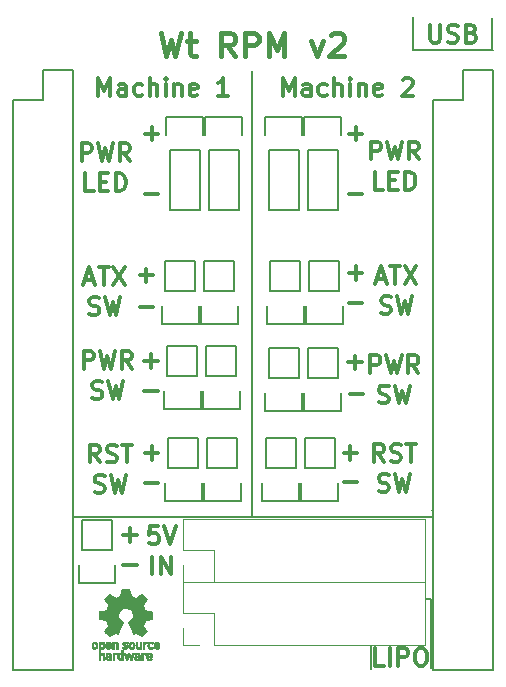
<source format=gto>
G04 #@! TF.FileFunction,Legend,Top*
%FSLAX46Y46*%
G04 Gerber Fmt 4.6, Leading zero omitted, Abs format (unit mm)*
G04 Created by KiCad (PCBNEW 4.0.5) date Mon Feb  6 03:04:20 2017*
%MOMM*%
%LPD*%
G01*
G04 APERTURE LIST*
%ADD10C,0.100000*%
%ADD11C,0.200000*%
%ADD12C,0.300000*%
%ADD13C,0.400000*%
%ADD14C,0.010000*%
%ADD15C,0.120000*%
%ADD16C,0.150000*%
G04 APERTURE END LIST*
D10*
D11*
X111061500Y-52197000D02*
X111061500Y-51625500D01*
X104330500Y-54356000D02*
X104394000Y-54356000D01*
X104330500Y-51562000D02*
X104330500Y-54356000D01*
X104330500Y-54356000D02*
X111125000Y-54356000D01*
D12*
X105803143Y-52201071D02*
X105803143Y-53415357D01*
X105874571Y-53558214D01*
X105946000Y-53629643D01*
X106088857Y-53701071D01*
X106374571Y-53701071D01*
X106517429Y-53629643D01*
X106588857Y-53558214D01*
X106660286Y-53415357D01*
X106660286Y-52201071D01*
X107303143Y-53629643D02*
X107517429Y-53701071D01*
X107874572Y-53701071D01*
X108017429Y-53629643D01*
X108088858Y-53558214D01*
X108160286Y-53415357D01*
X108160286Y-53272500D01*
X108088858Y-53129643D01*
X108017429Y-53058214D01*
X107874572Y-52986786D01*
X107588858Y-52915357D01*
X107446000Y-52843929D01*
X107374572Y-52772500D01*
X107303143Y-52629643D01*
X107303143Y-52486786D01*
X107374572Y-52343929D01*
X107446000Y-52272500D01*
X107588858Y-52201071D01*
X107946000Y-52201071D01*
X108160286Y-52272500D01*
X109303143Y-52915357D02*
X109517429Y-52986786D01*
X109588857Y-53058214D01*
X109660286Y-53201071D01*
X109660286Y-53415357D01*
X109588857Y-53558214D01*
X109517429Y-53629643D01*
X109374571Y-53701071D01*
X108803143Y-53701071D01*
X108803143Y-52201071D01*
X109303143Y-52201071D01*
X109446000Y-52272500D01*
X109517429Y-52343929D01*
X109588857Y-52486786D01*
X109588857Y-52629643D01*
X109517429Y-52772500D01*
X109446000Y-52843929D01*
X109303143Y-52915357D01*
X108803143Y-52915357D01*
D11*
X111061500Y-54356000D02*
X111061500Y-52197000D01*
X104330500Y-52197000D02*
X104330500Y-54356000D01*
X100838000Y-106743500D02*
X100838000Y-104775000D01*
X105854500Y-100838000D02*
X105473500Y-100838000D01*
D12*
X101885929Y-106469571D02*
X101171643Y-106469571D01*
X101171643Y-104969571D01*
X102385929Y-106469571D02*
X102385929Y-104969571D01*
X103100215Y-106469571D02*
X103100215Y-104969571D01*
X103671643Y-104969571D01*
X103814501Y-105041000D01*
X103885929Y-105112429D01*
X103957358Y-105255286D01*
X103957358Y-105469571D01*
X103885929Y-105612429D01*
X103814501Y-105683857D01*
X103671643Y-105755286D01*
X103100215Y-105755286D01*
X104885929Y-104969571D02*
X105171643Y-104969571D01*
X105314501Y-105041000D01*
X105457358Y-105183857D01*
X105528786Y-105469571D01*
X105528786Y-105969571D01*
X105457358Y-106255286D01*
X105314501Y-106398143D01*
X105171643Y-106469571D01*
X104885929Y-106469571D01*
X104743072Y-106398143D01*
X104600215Y-106255286D01*
X104528786Y-105969571D01*
X104528786Y-105469571D01*
X104600215Y-105183857D01*
X104743072Y-105041000D01*
X104885929Y-104969571D01*
D11*
X105854500Y-106680000D02*
X105854500Y-100838000D01*
X90741500Y-56134000D02*
X90741500Y-93916500D01*
X105968800Y-93319600D02*
X106019600Y-93370400D01*
X75590400Y-93891100D02*
X105968800Y-93891100D01*
D12*
X82772287Y-94677571D02*
X82058001Y-94677571D01*
X81986572Y-95391857D01*
X82058001Y-95320429D01*
X82200858Y-95249000D01*
X82558001Y-95249000D01*
X82700858Y-95320429D01*
X82772287Y-95391857D01*
X82843715Y-95534714D01*
X82843715Y-95891857D01*
X82772287Y-96034714D01*
X82700858Y-96106143D01*
X82558001Y-96177571D01*
X82200858Y-96177571D01*
X82058001Y-96106143D01*
X81986572Y-96034714D01*
X83272286Y-94677571D02*
X83772286Y-96177571D01*
X84272286Y-94677571D01*
X82272286Y-98727571D02*
X82272286Y-97227571D01*
X82986572Y-98727571D02*
X82986572Y-97227571D01*
X83843715Y-98727571D01*
X83843715Y-97227571D01*
X101921572Y-89192571D02*
X101421572Y-88478286D01*
X101064429Y-89192571D02*
X101064429Y-87692571D01*
X101635857Y-87692571D01*
X101778715Y-87764000D01*
X101850143Y-87835429D01*
X101921572Y-87978286D01*
X101921572Y-88192571D01*
X101850143Y-88335429D01*
X101778715Y-88406857D01*
X101635857Y-88478286D01*
X101064429Y-88478286D01*
X102493000Y-89121143D02*
X102707286Y-89192571D01*
X103064429Y-89192571D01*
X103207286Y-89121143D01*
X103278715Y-89049714D01*
X103350143Y-88906857D01*
X103350143Y-88764000D01*
X103278715Y-88621143D01*
X103207286Y-88549714D01*
X103064429Y-88478286D01*
X102778715Y-88406857D01*
X102635857Y-88335429D01*
X102564429Y-88264000D01*
X102493000Y-88121143D01*
X102493000Y-87978286D01*
X102564429Y-87835429D01*
X102635857Y-87764000D01*
X102778715Y-87692571D01*
X103135857Y-87692571D01*
X103350143Y-87764000D01*
X103778714Y-87692571D02*
X104635857Y-87692571D01*
X104207286Y-89192571D02*
X104207286Y-87692571D01*
X101457286Y-91671143D02*
X101671572Y-91742571D01*
X102028715Y-91742571D01*
X102171572Y-91671143D01*
X102243001Y-91599714D01*
X102314429Y-91456857D01*
X102314429Y-91314000D01*
X102243001Y-91171143D01*
X102171572Y-91099714D01*
X102028715Y-91028286D01*
X101743001Y-90956857D01*
X101600143Y-90885429D01*
X101528715Y-90814000D01*
X101457286Y-90671143D01*
X101457286Y-90528286D01*
X101528715Y-90385429D01*
X101600143Y-90314000D01*
X101743001Y-90242571D01*
X102100143Y-90242571D01*
X102314429Y-90314000D01*
X102814429Y-90242571D02*
X103171572Y-91742571D01*
X103457286Y-90671143D01*
X103743000Y-91742571D01*
X104100143Y-90242571D01*
X99631428Y-90951857D02*
X98488571Y-90951857D01*
X99631428Y-88475357D02*
X98488571Y-88475357D01*
X99060000Y-87903929D02*
X99060000Y-89046786D01*
X100806500Y-63602071D02*
X100806500Y-62102071D01*
X101377928Y-62102071D01*
X101520786Y-62173500D01*
X101592214Y-62244929D01*
X101663643Y-62387786D01*
X101663643Y-62602071D01*
X101592214Y-62744929D01*
X101520786Y-62816357D01*
X101377928Y-62887786D01*
X100806500Y-62887786D01*
X102163643Y-62102071D02*
X102520786Y-63602071D01*
X102806500Y-62530643D01*
X103092214Y-63602071D01*
X103449357Y-62102071D01*
X104877929Y-63602071D02*
X104377929Y-62887786D01*
X104020786Y-63602071D02*
X104020786Y-62102071D01*
X104592214Y-62102071D01*
X104735072Y-62173500D01*
X104806500Y-62244929D01*
X104877929Y-62387786D01*
X104877929Y-62602071D01*
X104806500Y-62744929D01*
X104735072Y-62816357D01*
X104592214Y-62887786D01*
X104020786Y-62887786D01*
X101842215Y-66152071D02*
X101127929Y-66152071D01*
X101127929Y-64652071D01*
X102342215Y-65366357D02*
X102842215Y-65366357D01*
X103056501Y-66152071D02*
X102342215Y-66152071D01*
X102342215Y-64652071D01*
X103056501Y-64652071D01*
X103699358Y-66152071D02*
X103699358Y-64652071D01*
X104056501Y-64652071D01*
X104270786Y-64723500D01*
X104413644Y-64866357D01*
X104485072Y-65009214D01*
X104556501Y-65294929D01*
X104556501Y-65509214D01*
X104485072Y-65794929D01*
X104413644Y-65937786D01*
X104270786Y-66080643D01*
X104056501Y-66152071D01*
X103699358Y-66152071D01*
X80962428Y-95396857D02*
X79819571Y-95396857D01*
X80391000Y-94825429D02*
X80391000Y-95968286D01*
X80962428Y-97936857D02*
X79819571Y-97936857D01*
X82359428Y-76092857D02*
X81216571Y-76092857D01*
X82359428Y-73425857D02*
X81216571Y-73425857D01*
X81788000Y-72854429D02*
X81788000Y-73997286D01*
X76589143Y-73778000D02*
X77303429Y-73778000D01*
X76446286Y-74206571D02*
X76946286Y-72706571D01*
X77446286Y-74206571D01*
X77732000Y-72706571D02*
X78589143Y-72706571D01*
X78160572Y-74206571D02*
X78160572Y-72706571D01*
X78946286Y-72706571D02*
X79946286Y-74206571D01*
X79946286Y-72706571D02*
X78946286Y-74206571D01*
X76946286Y-76685143D02*
X77160572Y-76756571D01*
X77517715Y-76756571D01*
X77660572Y-76685143D01*
X77732001Y-76613714D01*
X77803429Y-76470857D01*
X77803429Y-76328000D01*
X77732001Y-76185143D01*
X77660572Y-76113714D01*
X77517715Y-76042286D01*
X77232001Y-75970857D01*
X77089143Y-75899429D01*
X77017715Y-75828000D01*
X76946286Y-75685143D01*
X76946286Y-75542286D01*
X77017715Y-75399429D01*
X77089143Y-75328000D01*
X77232001Y-75256571D01*
X77589143Y-75256571D01*
X77803429Y-75328000D01*
X78303429Y-75256571D02*
X78660572Y-76756571D01*
X78946286Y-75685143D01*
X79232000Y-76756571D01*
X79589143Y-75256571D01*
X82740428Y-83204857D02*
X81597571Y-83204857D01*
X82740428Y-80664857D02*
X81597571Y-80664857D01*
X82169000Y-80093429D02*
X82169000Y-81236286D01*
X76486000Y-81318571D02*
X76486000Y-79818571D01*
X77057428Y-79818571D01*
X77200286Y-79890000D01*
X77271714Y-79961429D01*
X77343143Y-80104286D01*
X77343143Y-80318571D01*
X77271714Y-80461429D01*
X77200286Y-80532857D01*
X77057428Y-80604286D01*
X76486000Y-80604286D01*
X77843143Y-79818571D02*
X78200286Y-81318571D01*
X78486000Y-80247143D01*
X78771714Y-81318571D01*
X79128857Y-79818571D01*
X80557429Y-81318571D02*
X80057429Y-80604286D01*
X79700286Y-81318571D02*
X79700286Y-79818571D01*
X80271714Y-79818571D01*
X80414572Y-79890000D01*
X80486000Y-79961429D01*
X80557429Y-80104286D01*
X80557429Y-80318571D01*
X80486000Y-80461429D01*
X80414572Y-80532857D01*
X80271714Y-80604286D01*
X79700286Y-80604286D01*
X77200286Y-83797143D02*
X77414572Y-83868571D01*
X77771715Y-83868571D01*
X77914572Y-83797143D01*
X77986001Y-83725714D01*
X78057429Y-83582857D01*
X78057429Y-83440000D01*
X77986001Y-83297143D01*
X77914572Y-83225714D01*
X77771715Y-83154286D01*
X77486001Y-83082857D01*
X77343143Y-83011429D01*
X77271715Y-82940000D01*
X77200286Y-82797143D01*
X77200286Y-82654286D01*
X77271715Y-82511429D01*
X77343143Y-82440000D01*
X77486001Y-82368571D01*
X77843143Y-82368571D01*
X78057429Y-82440000D01*
X78557429Y-82368571D02*
X78914572Y-83868571D01*
X79200286Y-82797143D01*
X79486000Y-83868571D01*
X79843143Y-82368571D01*
X82803928Y-88475357D02*
X81661071Y-88475357D01*
X82232500Y-87903929D02*
X82232500Y-89046786D01*
X82803928Y-91015357D02*
X81661071Y-91015357D01*
X100012428Y-80791857D02*
X98869571Y-80791857D01*
X99441000Y-80220429D02*
X99441000Y-81363286D01*
X100139428Y-83458857D02*
X98996571Y-83458857D01*
X77855072Y-89256071D02*
X77355072Y-88541786D01*
X76997929Y-89256071D02*
X76997929Y-87756071D01*
X77569357Y-87756071D01*
X77712215Y-87827500D01*
X77783643Y-87898929D01*
X77855072Y-88041786D01*
X77855072Y-88256071D01*
X77783643Y-88398929D01*
X77712215Y-88470357D01*
X77569357Y-88541786D01*
X76997929Y-88541786D01*
X78426500Y-89184643D02*
X78640786Y-89256071D01*
X78997929Y-89256071D01*
X79140786Y-89184643D01*
X79212215Y-89113214D01*
X79283643Y-88970357D01*
X79283643Y-88827500D01*
X79212215Y-88684643D01*
X79140786Y-88613214D01*
X78997929Y-88541786D01*
X78712215Y-88470357D01*
X78569357Y-88398929D01*
X78497929Y-88327500D01*
X78426500Y-88184643D01*
X78426500Y-88041786D01*
X78497929Y-87898929D01*
X78569357Y-87827500D01*
X78712215Y-87756071D01*
X79069357Y-87756071D01*
X79283643Y-87827500D01*
X79712214Y-87756071D02*
X80569357Y-87756071D01*
X80140786Y-89256071D02*
X80140786Y-87756071D01*
X77390786Y-91734643D02*
X77605072Y-91806071D01*
X77962215Y-91806071D01*
X78105072Y-91734643D01*
X78176501Y-91663214D01*
X78247929Y-91520357D01*
X78247929Y-91377500D01*
X78176501Y-91234643D01*
X78105072Y-91163214D01*
X77962215Y-91091786D01*
X77676501Y-91020357D01*
X77533643Y-90948929D01*
X77462215Y-90877500D01*
X77390786Y-90734643D01*
X77390786Y-90591786D01*
X77462215Y-90448929D01*
X77533643Y-90377500D01*
X77676501Y-90306071D01*
X78033643Y-90306071D01*
X78247929Y-90377500D01*
X78747929Y-90306071D02*
X79105072Y-91806071D01*
X79390786Y-90734643D01*
X79676500Y-91806071D01*
X80033643Y-90306071D01*
X100743000Y-81699571D02*
X100743000Y-80199571D01*
X101314428Y-80199571D01*
X101457286Y-80271000D01*
X101528714Y-80342429D01*
X101600143Y-80485286D01*
X101600143Y-80699571D01*
X101528714Y-80842429D01*
X101457286Y-80913857D01*
X101314428Y-80985286D01*
X100743000Y-80985286D01*
X102100143Y-80199571D02*
X102457286Y-81699571D01*
X102743000Y-80628143D01*
X103028714Y-81699571D01*
X103385857Y-80199571D01*
X104814429Y-81699571D02*
X104314429Y-80985286D01*
X103957286Y-81699571D02*
X103957286Y-80199571D01*
X104528714Y-80199571D01*
X104671572Y-80271000D01*
X104743000Y-80342429D01*
X104814429Y-80485286D01*
X104814429Y-80699571D01*
X104743000Y-80842429D01*
X104671572Y-80913857D01*
X104528714Y-80985286D01*
X103957286Y-80985286D01*
X101457286Y-84178143D02*
X101671572Y-84249571D01*
X102028715Y-84249571D01*
X102171572Y-84178143D01*
X102243001Y-84106714D01*
X102314429Y-83963857D01*
X102314429Y-83821000D01*
X102243001Y-83678143D01*
X102171572Y-83606714D01*
X102028715Y-83535286D01*
X101743001Y-83463857D01*
X101600143Y-83392429D01*
X101528715Y-83321000D01*
X101457286Y-83178143D01*
X101457286Y-83035286D01*
X101528715Y-82892429D01*
X101600143Y-82821000D01*
X101743001Y-82749571D01*
X102100143Y-82749571D01*
X102314429Y-82821000D01*
X102814429Y-82749571D02*
X103171572Y-84249571D01*
X103457286Y-83178143D01*
X103743000Y-84249571D01*
X104100143Y-82749571D01*
X101290643Y-73714500D02*
X102004929Y-73714500D01*
X101147786Y-74143071D02*
X101647786Y-72643071D01*
X102147786Y-74143071D01*
X102433500Y-72643071D02*
X103290643Y-72643071D01*
X102862072Y-74143071D02*
X102862072Y-72643071D01*
X103647786Y-72643071D02*
X104647786Y-74143071D01*
X104647786Y-72643071D02*
X103647786Y-74143071D01*
X101647786Y-76621643D02*
X101862072Y-76693071D01*
X102219215Y-76693071D01*
X102362072Y-76621643D01*
X102433501Y-76550214D01*
X102504929Y-76407357D01*
X102504929Y-76264500D01*
X102433501Y-76121643D01*
X102362072Y-76050214D01*
X102219215Y-75978786D01*
X101933501Y-75907357D01*
X101790643Y-75835929D01*
X101719215Y-75764500D01*
X101647786Y-75621643D01*
X101647786Y-75478786D01*
X101719215Y-75335929D01*
X101790643Y-75264500D01*
X101933501Y-75193071D01*
X102290643Y-75193071D01*
X102504929Y-75264500D01*
X103004929Y-75193071D02*
X103362072Y-76693071D01*
X103647786Y-75621643D01*
X103933500Y-76693071D01*
X104290643Y-75193071D01*
X100075928Y-73235357D02*
X98933071Y-73235357D01*
X99504500Y-72663929D02*
X99504500Y-73806786D01*
X100075928Y-75775357D02*
X98933071Y-75775357D01*
D13*
X82995476Y-52879762D02*
X83471667Y-54879762D01*
X83852619Y-53451190D01*
X84233572Y-54879762D01*
X84709762Y-52879762D01*
X85185952Y-53546429D02*
X85947857Y-53546429D01*
X85471666Y-52879762D02*
X85471666Y-54594048D01*
X85566905Y-54784524D01*
X85757381Y-54879762D01*
X85947857Y-54879762D01*
X89281191Y-54879762D02*
X88614524Y-53927381D01*
X88138333Y-54879762D02*
X88138333Y-52879762D01*
X88900238Y-52879762D01*
X89090714Y-52975000D01*
X89185953Y-53070238D01*
X89281191Y-53260714D01*
X89281191Y-53546429D01*
X89185953Y-53736905D01*
X89090714Y-53832143D01*
X88900238Y-53927381D01*
X88138333Y-53927381D01*
X90138333Y-54879762D02*
X90138333Y-52879762D01*
X90900238Y-52879762D01*
X91090714Y-52975000D01*
X91185953Y-53070238D01*
X91281191Y-53260714D01*
X91281191Y-53546429D01*
X91185953Y-53736905D01*
X91090714Y-53832143D01*
X90900238Y-53927381D01*
X90138333Y-53927381D01*
X92138333Y-54879762D02*
X92138333Y-52879762D01*
X92805000Y-54308333D01*
X93471667Y-52879762D01*
X93471667Y-54879762D01*
X95757381Y-53546429D02*
X96233572Y-54879762D01*
X96709762Y-53546429D01*
X97376429Y-53070238D02*
X97471667Y-52975000D01*
X97662144Y-52879762D01*
X98138334Y-52879762D01*
X98328810Y-52975000D01*
X98424048Y-53070238D01*
X98519287Y-53260714D01*
X98519287Y-53451190D01*
X98424048Y-53736905D01*
X97281191Y-54879762D01*
X98519287Y-54879762D01*
D12*
X82803928Y-66504357D02*
X81661071Y-66504357D01*
X100075928Y-66504357D02*
X98933071Y-66504357D01*
X82803928Y-61424357D02*
X81661071Y-61424357D01*
X82232500Y-60852929D02*
X82232500Y-61995786D01*
X100075928Y-61424357D02*
X98933071Y-61424357D01*
X99504500Y-60852929D02*
X99504500Y-61995786D01*
X76295500Y-63729071D02*
X76295500Y-62229071D01*
X76866928Y-62229071D01*
X77009786Y-62300500D01*
X77081214Y-62371929D01*
X77152643Y-62514786D01*
X77152643Y-62729071D01*
X77081214Y-62871929D01*
X77009786Y-62943357D01*
X76866928Y-63014786D01*
X76295500Y-63014786D01*
X77652643Y-62229071D02*
X78009786Y-63729071D01*
X78295500Y-62657643D01*
X78581214Y-63729071D01*
X78938357Y-62229071D01*
X80366929Y-63729071D02*
X79866929Y-63014786D01*
X79509786Y-63729071D02*
X79509786Y-62229071D01*
X80081214Y-62229071D01*
X80224072Y-62300500D01*
X80295500Y-62371929D01*
X80366929Y-62514786D01*
X80366929Y-62729071D01*
X80295500Y-62871929D01*
X80224072Y-62943357D01*
X80081214Y-63014786D01*
X79509786Y-63014786D01*
X77331215Y-66279071D02*
X76616929Y-66279071D01*
X76616929Y-64779071D01*
X77831215Y-65493357D02*
X78331215Y-65493357D01*
X78545501Y-66279071D02*
X77831215Y-66279071D01*
X77831215Y-64779071D01*
X78545501Y-64779071D01*
X79188358Y-66279071D02*
X79188358Y-64779071D01*
X79545501Y-64779071D01*
X79759786Y-64850500D01*
X79902644Y-64993357D01*
X79974072Y-65136214D01*
X80045501Y-65421929D01*
X80045501Y-65636214D01*
X79974072Y-65921929D01*
X79902644Y-66064786D01*
X79759786Y-66207643D01*
X79545501Y-66279071D01*
X79188358Y-66279071D01*
X93341715Y-58209571D02*
X93341715Y-56709571D01*
X93841715Y-57781000D01*
X94341715Y-56709571D01*
X94341715Y-58209571D01*
X95698858Y-58209571D02*
X95698858Y-57423857D01*
X95627429Y-57281000D01*
X95484572Y-57209571D01*
X95198858Y-57209571D01*
X95056001Y-57281000D01*
X95698858Y-58138143D02*
X95556001Y-58209571D01*
X95198858Y-58209571D01*
X95056001Y-58138143D01*
X94984572Y-57995286D01*
X94984572Y-57852429D01*
X95056001Y-57709571D01*
X95198858Y-57638143D01*
X95556001Y-57638143D01*
X95698858Y-57566714D01*
X97056001Y-58138143D02*
X96913144Y-58209571D01*
X96627430Y-58209571D01*
X96484572Y-58138143D01*
X96413144Y-58066714D01*
X96341715Y-57923857D01*
X96341715Y-57495286D01*
X96413144Y-57352429D01*
X96484572Y-57281000D01*
X96627430Y-57209571D01*
X96913144Y-57209571D01*
X97056001Y-57281000D01*
X97698858Y-58209571D02*
X97698858Y-56709571D01*
X98341715Y-58209571D02*
X98341715Y-57423857D01*
X98270286Y-57281000D01*
X98127429Y-57209571D01*
X97913144Y-57209571D01*
X97770286Y-57281000D01*
X97698858Y-57352429D01*
X99056001Y-58209571D02*
X99056001Y-57209571D01*
X99056001Y-56709571D02*
X98984572Y-56781000D01*
X99056001Y-56852429D01*
X99127429Y-56781000D01*
X99056001Y-56709571D01*
X99056001Y-56852429D01*
X99770287Y-57209571D02*
X99770287Y-58209571D01*
X99770287Y-57352429D02*
X99841715Y-57281000D01*
X99984573Y-57209571D01*
X100198858Y-57209571D01*
X100341715Y-57281000D01*
X100413144Y-57423857D01*
X100413144Y-58209571D01*
X101698858Y-58138143D02*
X101556001Y-58209571D01*
X101270287Y-58209571D01*
X101127430Y-58138143D01*
X101056001Y-57995286D01*
X101056001Y-57423857D01*
X101127430Y-57281000D01*
X101270287Y-57209571D01*
X101556001Y-57209571D01*
X101698858Y-57281000D01*
X101770287Y-57423857D01*
X101770287Y-57566714D01*
X101056001Y-57709571D01*
X103484572Y-56852429D02*
X103556001Y-56781000D01*
X103698858Y-56709571D01*
X104056001Y-56709571D01*
X104198858Y-56781000D01*
X104270287Y-56852429D01*
X104341715Y-56995286D01*
X104341715Y-57138143D01*
X104270287Y-57352429D01*
X103413144Y-58209571D01*
X104341715Y-58209571D01*
X77720715Y-58209571D02*
X77720715Y-56709571D01*
X78220715Y-57781000D01*
X78720715Y-56709571D01*
X78720715Y-58209571D01*
X80077858Y-58209571D02*
X80077858Y-57423857D01*
X80006429Y-57281000D01*
X79863572Y-57209571D01*
X79577858Y-57209571D01*
X79435001Y-57281000D01*
X80077858Y-58138143D02*
X79935001Y-58209571D01*
X79577858Y-58209571D01*
X79435001Y-58138143D01*
X79363572Y-57995286D01*
X79363572Y-57852429D01*
X79435001Y-57709571D01*
X79577858Y-57638143D01*
X79935001Y-57638143D01*
X80077858Y-57566714D01*
X81435001Y-58138143D02*
X81292144Y-58209571D01*
X81006430Y-58209571D01*
X80863572Y-58138143D01*
X80792144Y-58066714D01*
X80720715Y-57923857D01*
X80720715Y-57495286D01*
X80792144Y-57352429D01*
X80863572Y-57281000D01*
X81006430Y-57209571D01*
X81292144Y-57209571D01*
X81435001Y-57281000D01*
X82077858Y-58209571D02*
X82077858Y-56709571D01*
X82720715Y-58209571D02*
X82720715Y-57423857D01*
X82649286Y-57281000D01*
X82506429Y-57209571D01*
X82292144Y-57209571D01*
X82149286Y-57281000D01*
X82077858Y-57352429D01*
X83435001Y-58209571D02*
X83435001Y-57209571D01*
X83435001Y-56709571D02*
X83363572Y-56781000D01*
X83435001Y-56852429D01*
X83506429Y-56781000D01*
X83435001Y-56709571D01*
X83435001Y-56852429D01*
X84149287Y-57209571D02*
X84149287Y-58209571D01*
X84149287Y-57352429D02*
X84220715Y-57281000D01*
X84363573Y-57209571D01*
X84577858Y-57209571D01*
X84720715Y-57281000D01*
X84792144Y-57423857D01*
X84792144Y-58209571D01*
X86077858Y-58138143D02*
X85935001Y-58209571D01*
X85649287Y-58209571D01*
X85506430Y-58138143D01*
X85435001Y-57995286D01*
X85435001Y-57423857D01*
X85506430Y-57281000D01*
X85649287Y-57209571D01*
X85935001Y-57209571D01*
X86077858Y-57281000D01*
X86149287Y-57423857D01*
X86149287Y-57566714D01*
X85435001Y-57709571D01*
X88720715Y-58209571D02*
X87863572Y-58209571D01*
X88292144Y-58209571D02*
X88292144Y-56709571D01*
X88149287Y-56923857D01*
X88006429Y-57066714D01*
X87863572Y-57138143D01*
D14*
G36*
X78101241Y-104440784D02*
X78127753Y-104453882D01*
X78160447Y-104476706D01*
X78184275Y-104501596D01*
X78200594Y-104532849D01*
X78210760Y-104574766D01*
X78216128Y-104631644D01*
X78218056Y-104707784D01*
X78218169Y-104740517D01*
X78217839Y-104812256D01*
X78216473Y-104863527D01*
X78213500Y-104899004D01*
X78208351Y-104923363D01*
X78200457Y-104941280D01*
X78192243Y-104953502D01*
X78139813Y-105005505D01*
X78078070Y-105036784D01*
X78011464Y-105046192D01*
X77944442Y-105032580D01*
X77923208Y-105022954D01*
X77872376Y-104996459D01*
X77872376Y-105411652D01*
X77909475Y-105392468D01*
X77958357Y-105377625D01*
X78018439Y-105373822D01*
X78078436Y-105380843D01*
X78123744Y-105396613D01*
X78161325Y-105426647D01*
X78193436Y-105469624D01*
X78195850Y-105474036D01*
X78206033Y-105494821D01*
X78213470Y-105515770D01*
X78218589Y-105541148D01*
X78221819Y-105575218D01*
X78223587Y-105622241D01*
X78224323Y-105686482D01*
X78224456Y-105758776D01*
X78224456Y-105989422D01*
X78086139Y-105989422D01*
X78086139Y-105564133D01*
X78047451Y-105531579D01*
X78007262Y-105505540D01*
X77969203Y-105500805D01*
X77930934Y-105512989D01*
X77910538Y-105524920D01*
X77895358Y-105541913D01*
X77884562Y-105567595D01*
X77877317Y-105605591D01*
X77872792Y-105659526D01*
X77870156Y-105733025D01*
X77869228Y-105781947D01*
X77866089Y-105983135D01*
X77800074Y-105986936D01*
X77734060Y-105990736D01*
X77734060Y-104742250D01*
X77872376Y-104742250D01*
X77875903Y-104811854D01*
X77887785Y-104860169D01*
X77909980Y-104890231D01*
X77944441Y-104905071D01*
X77979258Y-104908036D01*
X78018671Y-104904628D01*
X78044829Y-104891217D01*
X78061186Y-104873496D01*
X78074063Y-104854435D01*
X78081728Y-104833201D01*
X78085139Y-104803449D01*
X78085251Y-104758836D01*
X78084103Y-104721480D01*
X78081468Y-104665204D01*
X78077544Y-104628258D01*
X78070937Y-104604823D01*
X78060251Y-104589080D01*
X78050167Y-104579980D01*
X78008030Y-104560137D01*
X77958160Y-104556932D01*
X77929524Y-104563768D01*
X77901172Y-104588064D01*
X77882391Y-104635328D01*
X77873288Y-104705224D01*
X77872376Y-104742250D01*
X77734060Y-104742250D01*
X77734060Y-104430214D01*
X77803218Y-104430214D01*
X77844740Y-104431856D01*
X77866162Y-104437687D01*
X77872374Y-104449061D01*
X77872376Y-104449398D01*
X77875258Y-104460538D01*
X77887970Y-104459273D01*
X77913243Y-104447033D01*
X77972131Y-104428307D01*
X78038385Y-104426339D01*
X78101241Y-104440784D01*
X78101241Y-104440784D01*
G37*
X78101241Y-104440784D02*
X78127753Y-104453882D01*
X78160447Y-104476706D01*
X78184275Y-104501596D01*
X78200594Y-104532849D01*
X78210760Y-104574766D01*
X78216128Y-104631644D01*
X78218056Y-104707784D01*
X78218169Y-104740517D01*
X78217839Y-104812256D01*
X78216473Y-104863527D01*
X78213500Y-104899004D01*
X78208351Y-104923363D01*
X78200457Y-104941280D01*
X78192243Y-104953502D01*
X78139813Y-105005505D01*
X78078070Y-105036784D01*
X78011464Y-105046192D01*
X77944442Y-105032580D01*
X77923208Y-105022954D01*
X77872376Y-104996459D01*
X77872376Y-105411652D01*
X77909475Y-105392468D01*
X77958357Y-105377625D01*
X78018439Y-105373822D01*
X78078436Y-105380843D01*
X78123744Y-105396613D01*
X78161325Y-105426647D01*
X78193436Y-105469624D01*
X78195850Y-105474036D01*
X78206033Y-105494821D01*
X78213470Y-105515770D01*
X78218589Y-105541148D01*
X78221819Y-105575218D01*
X78223587Y-105622241D01*
X78224323Y-105686482D01*
X78224456Y-105758776D01*
X78224456Y-105989422D01*
X78086139Y-105989422D01*
X78086139Y-105564133D01*
X78047451Y-105531579D01*
X78007262Y-105505540D01*
X77969203Y-105500805D01*
X77930934Y-105512989D01*
X77910538Y-105524920D01*
X77895358Y-105541913D01*
X77884562Y-105567595D01*
X77877317Y-105605591D01*
X77872792Y-105659526D01*
X77870156Y-105733025D01*
X77869228Y-105781947D01*
X77866089Y-105983135D01*
X77800074Y-105986936D01*
X77734060Y-105990736D01*
X77734060Y-104742250D01*
X77872376Y-104742250D01*
X77875903Y-104811854D01*
X77887785Y-104860169D01*
X77909980Y-104890231D01*
X77944441Y-104905071D01*
X77979258Y-104908036D01*
X78018671Y-104904628D01*
X78044829Y-104891217D01*
X78061186Y-104873496D01*
X78074063Y-104854435D01*
X78081728Y-104833201D01*
X78085139Y-104803449D01*
X78085251Y-104758836D01*
X78084103Y-104721480D01*
X78081468Y-104665204D01*
X78077544Y-104628258D01*
X78070937Y-104604823D01*
X78060251Y-104589080D01*
X78050167Y-104579980D01*
X78008030Y-104560137D01*
X77958160Y-104556932D01*
X77929524Y-104563768D01*
X77901172Y-104588064D01*
X77882391Y-104635328D01*
X77873288Y-104705224D01*
X77872376Y-104742250D01*
X77734060Y-104742250D01*
X77734060Y-104430214D01*
X77803218Y-104430214D01*
X77844740Y-104431856D01*
X77866162Y-104437687D01*
X77872374Y-104449061D01*
X77872376Y-104449398D01*
X77875258Y-104460538D01*
X77887970Y-104459273D01*
X77913243Y-104447033D01*
X77972131Y-104428307D01*
X78038385Y-104426339D01*
X78101241Y-104440784D01*
G36*
X78625790Y-105378155D02*
X78684945Y-105393939D01*
X78729977Y-105422548D01*
X78761754Y-105460019D01*
X78771634Y-105476011D01*
X78778927Y-105492763D01*
X78784026Y-105514192D01*
X78787321Y-105544216D01*
X78789203Y-105586754D01*
X78790063Y-105645722D01*
X78790293Y-105725040D01*
X78790297Y-105746084D01*
X78790297Y-105989422D01*
X78729941Y-105989422D01*
X78691443Y-105986726D01*
X78662977Y-105979895D01*
X78655845Y-105975683D01*
X78636348Y-105968413D01*
X78616434Y-105975683D01*
X78583647Y-105984760D01*
X78536022Y-105988413D01*
X78483236Y-105986828D01*
X78434964Y-105980189D01*
X78406782Y-105971672D01*
X78352247Y-105936663D01*
X78318165Y-105888079D01*
X78302843Y-105823482D01*
X78302701Y-105821823D01*
X78304045Y-105793166D01*
X78425644Y-105793166D01*
X78436274Y-105825761D01*
X78453590Y-105844105D01*
X78488348Y-105857979D01*
X78534227Y-105863517D01*
X78581012Y-105860791D01*
X78618486Y-105849874D01*
X78628985Y-105842869D01*
X78647332Y-105810504D01*
X78651980Y-105773711D01*
X78651980Y-105725363D01*
X78582418Y-105725363D01*
X78516333Y-105730450D01*
X78466236Y-105744863D01*
X78435071Y-105767329D01*
X78425644Y-105793166D01*
X78304045Y-105793166D01*
X78306013Y-105751247D01*
X78329290Y-105695445D01*
X78373052Y-105653247D01*
X78379101Y-105649408D01*
X78405093Y-105636909D01*
X78437265Y-105629340D01*
X78482240Y-105625661D01*
X78535669Y-105624816D01*
X78651980Y-105624769D01*
X78651980Y-105576011D01*
X78647047Y-105538181D01*
X78634457Y-105512836D01*
X78632983Y-105511487D01*
X78604966Y-105500400D01*
X78562674Y-105496103D01*
X78515936Y-105498215D01*
X78474582Y-105506356D01*
X78450043Y-105518565D01*
X78436747Y-105528346D01*
X78422706Y-105530213D01*
X78403329Y-105522200D01*
X78374024Y-105502339D01*
X78330197Y-105468663D01*
X78326175Y-105465509D01*
X78328236Y-105453836D01*
X78345432Y-105434422D01*
X78371567Y-105412848D01*
X78400448Y-105394696D01*
X78409522Y-105390409D01*
X78442620Y-105381856D01*
X78491120Y-105375755D01*
X78545305Y-105373308D01*
X78547839Y-105373303D01*
X78625790Y-105378155D01*
X78625790Y-105378155D01*
G37*
X78625790Y-105378155D02*
X78684945Y-105393939D01*
X78729977Y-105422548D01*
X78761754Y-105460019D01*
X78771634Y-105476011D01*
X78778927Y-105492763D01*
X78784026Y-105514192D01*
X78787321Y-105544216D01*
X78789203Y-105586754D01*
X78790063Y-105645722D01*
X78790293Y-105725040D01*
X78790297Y-105746084D01*
X78790297Y-105989422D01*
X78729941Y-105989422D01*
X78691443Y-105986726D01*
X78662977Y-105979895D01*
X78655845Y-105975683D01*
X78636348Y-105968413D01*
X78616434Y-105975683D01*
X78583647Y-105984760D01*
X78536022Y-105988413D01*
X78483236Y-105986828D01*
X78434964Y-105980189D01*
X78406782Y-105971672D01*
X78352247Y-105936663D01*
X78318165Y-105888079D01*
X78302843Y-105823482D01*
X78302701Y-105821823D01*
X78304045Y-105793166D01*
X78425644Y-105793166D01*
X78436274Y-105825761D01*
X78453590Y-105844105D01*
X78488348Y-105857979D01*
X78534227Y-105863517D01*
X78581012Y-105860791D01*
X78618486Y-105849874D01*
X78628985Y-105842869D01*
X78647332Y-105810504D01*
X78651980Y-105773711D01*
X78651980Y-105725363D01*
X78582418Y-105725363D01*
X78516333Y-105730450D01*
X78466236Y-105744863D01*
X78435071Y-105767329D01*
X78425644Y-105793166D01*
X78304045Y-105793166D01*
X78306013Y-105751247D01*
X78329290Y-105695445D01*
X78373052Y-105653247D01*
X78379101Y-105649408D01*
X78405093Y-105636909D01*
X78437265Y-105629340D01*
X78482240Y-105625661D01*
X78535669Y-105624816D01*
X78651980Y-105624769D01*
X78651980Y-105576011D01*
X78647047Y-105538181D01*
X78634457Y-105512836D01*
X78632983Y-105511487D01*
X78604966Y-105500400D01*
X78562674Y-105496103D01*
X78515936Y-105498215D01*
X78474582Y-105506356D01*
X78450043Y-105518565D01*
X78436747Y-105528346D01*
X78422706Y-105530213D01*
X78403329Y-105522200D01*
X78374024Y-105502339D01*
X78330197Y-105468663D01*
X78326175Y-105465509D01*
X78328236Y-105453836D01*
X78345432Y-105434422D01*
X78371567Y-105412848D01*
X78400448Y-105394696D01*
X78409522Y-105390409D01*
X78442620Y-105381856D01*
X78491120Y-105375755D01*
X78545305Y-105373308D01*
X78547839Y-105373303D01*
X78625790Y-105378155D01*
G36*
X79016644Y-105374620D02*
X79035461Y-105380260D01*
X79041527Y-105392653D01*
X79041782Y-105398247D01*
X79042871Y-105413830D01*
X79050368Y-105416276D01*
X79070619Y-105405593D01*
X79082649Y-105398294D01*
X79120600Y-105382663D01*
X79165928Y-105374934D01*
X79213456Y-105374340D01*
X79258005Y-105380113D01*
X79294398Y-105391484D01*
X79317457Y-105407688D01*
X79322004Y-105427955D01*
X79319709Y-105433443D01*
X79302980Y-105456226D01*
X79277037Y-105484247D01*
X79272345Y-105488777D01*
X79247617Y-105509605D01*
X79226282Y-105516335D01*
X79196445Y-105511638D01*
X79184492Y-105508517D01*
X79147295Y-105501021D01*
X79121141Y-105504392D01*
X79099054Y-105516281D01*
X79078822Y-105532235D01*
X79063921Y-105552300D01*
X79053566Y-105580302D01*
X79046971Y-105620067D01*
X79043351Y-105675423D01*
X79041922Y-105750194D01*
X79041782Y-105795340D01*
X79041782Y-105989422D01*
X78916040Y-105989422D01*
X78916040Y-105373283D01*
X78978911Y-105373283D01*
X79016644Y-105374620D01*
X79016644Y-105374620D01*
G37*
X79016644Y-105374620D02*
X79035461Y-105380260D01*
X79041527Y-105392653D01*
X79041782Y-105398247D01*
X79042871Y-105413830D01*
X79050368Y-105416276D01*
X79070619Y-105405593D01*
X79082649Y-105398294D01*
X79120600Y-105382663D01*
X79165928Y-105374934D01*
X79213456Y-105374340D01*
X79258005Y-105380113D01*
X79294398Y-105391484D01*
X79317457Y-105407688D01*
X79322004Y-105427955D01*
X79319709Y-105433443D01*
X79302980Y-105456226D01*
X79277037Y-105484247D01*
X79272345Y-105488777D01*
X79247617Y-105509605D01*
X79226282Y-105516335D01*
X79196445Y-105511638D01*
X79184492Y-105508517D01*
X79147295Y-105501021D01*
X79121141Y-105504392D01*
X79099054Y-105516281D01*
X79078822Y-105532235D01*
X79063921Y-105552300D01*
X79053566Y-105580302D01*
X79046971Y-105620067D01*
X79043351Y-105675423D01*
X79041922Y-105750194D01*
X79041782Y-105795340D01*
X79041782Y-105989422D01*
X78916040Y-105989422D01*
X78916040Y-105373283D01*
X78978911Y-105373283D01*
X79016644Y-105374620D01*
G36*
X79808812Y-105989422D02*
X79739654Y-105989422D01*
X79699512Y-105988245D01*
X79678606Y-105983372D01*
X79671078Y-105972786D01*
X79670495Y-105965629D01*
X79669226Y-105951276D01*
X79661221Y-105948523D01*
X79640185Y-105957371D01*
X79623827Y-105965629D01*
X79561023Y-105985197D01*
X79492752Y-105986329D01*
X79437248Y-105971735D01*
X79385562Y-105936477D01*
X79346162Y-105884435D01*
X79324587Y-105823050D01*
X79324038Y-105819618D01*
X79320833Y-105782171D01*
X79319239Y-105728413D01*
X79319367Y-105687755D01*
X79456721Y-105687755D01*
X79459903Y-105741794D01*
X79467141Y-105786335D01*
X79476940Y-105811488D01*
X79514011Y-105845860D01*
X79558026Y-105858182D01*
X79603416Y-105848218D01*
X79642203Y-105818495D01*
X79656892Y-105798505D01*
X79665481Y-105774650D01*
X79669504Y-105739830D01*
X79670495Y-105687530D01*
X79668722Y-105635739D01*
X79664037Y-105590234D01*
X79657397Y-105559781D01*
X79656290Y-105557052D01*
X79629509Y-105524600D01*
X79590421Y-105506783D01*
X79546685Y-105503906D01*
X79505962Y-105516274D01*
X79475913Y-105544193D01*
X79472796Y-105549748D01*
X79463039Y-105583622D01*
X79457723Y-105632328D01*
X79456721Y-105687755D01*
X79319367Y-105687755D01*
X79319432Y-105667140D01*
X79320336Y-105634163D01*
X79326486Y-105552581D01*
X79339267Y-105491330D01*
X79360529Y-105446049D01*
X79392122Y-105412379D01*
X79422793Y-105392614D01*
X79465646Y-105378720D01*
X79518944Y-105373954D01*
X79573520Y-105377836D01*
X79620208Y-105389882D01*
X79644876Y-105404293D01*
X79670495Y-105427478D01*
X79670495Y-105134373D01*
X79808812Y-105134373D01*
X79808812Y-105989422D01*
X79808812Y-105989422D01*
G37*
X79808812Y-105989422D02*
X79739654Y-105989422D01*
X79699512Y-105988245D01*
X79678606Y-105983372D01*
X79671078Y-105972786D01*
X79670495Y-105965629D01*
X79669226Y-105951276D01*
X79661221Y-105948523D01*
X79640185Y-105957371D01*
X79623827Y-105965629D01*
X79561023Y-105985197D01*
X79492752Y-105986329D01*
X79437248Y-105971735D01*
X79385562Y-105936477D01*
X79346162Y-105884435D01*
X79324587Y-105823050D01*
X79324038Y-105819618D01*
X79320833Y-105782171D01*
X79319239Y-105728413D01*
X79319367Y-105687755D01*
X79456721Y-105687755D01*
X79459903Y-105741794D01*
X79467141Y-105786335D01*
X79476940Y-105811488D01*
X79514011Y-105845860D01*
X79558026Y-105858182D01*
X79603416Y-105848218D01*
X79642203Y-105818495D01*
X79656892Y-105798505D01*
X79665481Y-105774650D01*
X79669504Y-105739830D01*
X79670495Y-105687530D01*
X79668722Y-105635739D01*
X79664037Y-105590234D01*
X79657397Y-105559781D01*
X79656290Y-105557052D01*
X79629509Y-105524600D01*
X79590421Y-105506783D01*
X79546685Y-105503906D01*
X79505962Y-105516274D01*
X79475913Y-105544193D01*
X79472796Y-105549748D01*
X79463039Y-105583622D01*
X79457723Y-105632328D01*
X79456721Y-105687755D01*
X79319367Y-105687755D01*
X79319432Y-105667140D01*
X79320336Y-105634163D01*
X79326486Y-105552581D01*
X79339267Y-105491330D01*
X79360529Y-105446049D01*
X79392122Y-105412379D01*
X79422793Y-105392614D01*
X79465646Y-105378720D01*
X79518944Y-105373954D01*
X79573520Y-105377836D01*
X79620208Y-105389882D01*
X79644876Y-105404293D01*
X79670495Y-105427478D01*
X79670495Y-105134373D01*
X79808812Y-105134373D01*
X79808812Y-105989422D01*
G36*
X80291524Y-105375837D02*
X80341255Y-105379571D01*
X80471291Y-105769373D01*
X80491678Y-105700214D01*
X80503946Y-105657474D01*
X80520085Y-105599715D01*
X80537512Y-105536225D01*
X80546726Y-105502170D01*
X80581388Y-105373283D01*
X80724391Y-105373283D01*
X80681646Y-105508457D01*
X80660596Y-105574942D01*
X80635167Y-105655139D01*
X80608610Y-105738793D01*
X80584902Y-105813382D01*
X80530902Y-105983135D01*
X80472598Y-105986928D01*
X80414295Y-105990722D01*
X80382679Y-105886334D01*
X80363182Y-105821489D01*
X80341904Y-105750000D01*
X80323308Y-105686863D01*
X80322574Y-105684350D01*
X80308684Y-105641569D01*
X80296429Y-105612379D01*
X80287846Y-105601341D01*
X80286082Y-105602618D01*
X80279891Y-105619730D01*
X80268128Y-105656387D01*
X80252225Y-105707978D01*
X80233614Y-105769894D01*
X80223543Y-105803952D01*
X80169007Y-105989422D01*
X80053264Y-105989422D01*
X79960737Y-105697071D01*
X79934744Y-105615062D01*
X79911066Y-105540587D01*
X79890820Y-105477144D01*
X79875126Y-105428232D01*
X79865102Y-105397349D01*
X79862055Y-105388326D01*
X79864467Y-105379087D01*
X79883408Y-105375041D01*
X79922823Y-105375446D01*
X79928993Y-105375752D01*
X80002086Y-105379571D01*
X80049957Y-105555610D01*
X80067553Y-105619811D01*
X80083277Y-105676249D01*
X80095746Y-105720022D01*
X80103574Y-105746230D01*
X80105020Y-105750503D01*
X80111014Y-105745590D01*
X80123101Y-105720132D01*
X80139893Y-105677597D01*
X80160003Y-105621450D01*
X80177003Y-105570730D01*
X80241794Y-105372104D01*
X80291524Y-105375837D01*
X80291524Y-105375837D01*
G37*
X80291524Y-105375837D02*
X80341255Y-105379571D01*
X80471291Y-105769373D01*
X80491678Y-105700214D01*
X80503946Y-105657474D01*
X80520085Y-105599715D01*
X80537512Y-105536225D01*
X80546726Y-105502170D01*
X80581388Y-105373283D01*
X80724391Y-105373283D01*
X80681646Y-105508457D01*
X80660596Y-105574942D01*
X80635167Y-105655139D01*
X80608610Y-105738793D01*
X80584902Y-105813382D01*
X80530902Y-105983135D01*
X80472598Y-105986928D01*
X80414295Y-105990722D01*
X80382679Y-105886334D01*
X80363182Y-105821489D01*
X80341904Y-105750000D01*
X80323308Y-105686863D01*
X80322574Y-105684350D01*
X80308684Y-105641569D01*
X80296429Y-105612379D01*
X80287846Y-105601341D01*
X80286082Y-105602618D01*
X80279891Y-105619730D01*
X80268128Y-105656387D01*
X80252225Y-105707978D01*
X80233614Y-105769894D01*
X80223543Y-105803952D01*
X80169007Y-105989422D01*
X80053264Y-105989422D01*
X79960737Y-105697071D01*
X79934744Y-105615062D01*
X79911066Y-105540587D01*
X79890820Y-105477144D01*
X79875126Y-105428232D01*
X79865102Y-105397349D01*
X79862055Y-105388326D01*
X79864467Y-105379087D01*
X79883408Y-105375041D01*
X79922823Y-105375446D01*
X79928993Y-105375752D01*
X80002086Y-105379571D01*
X80049957Y-105555610D01*
X80067553Y-105619811D01*
X80083277Y-105676249D01*
X80095746Y-105720022D01*
X80103574Y-105746230D01*
X80105020Y-105750503D01*
X80111014Y-105745590D01*
X80123101Y-105720132D01*
X80139893Y-105677597D01*
X80160003Y-105621450D01*
X80177003Y-105570730D01*
X80241794Y-105372104D01*
X80291524Y-105375837D01*
G36*
X81048411Y-105377017D02*
X81101411Y-105389890D01*
X81116731Y-105396710D01*
X81146428Y-105414574D01*
X81169220Y-105434693D01*
X81186083Y-105460562D01*
X81197998Y-105495673D01*
X81205942Y-105543520D01*
X81210894Y-105607596D01*
X81213831Y-105691394D01*
X81214947Y-105747368D01*
X81219052Y-105989422D01*
X81148932Y-105989422D01*
X81106393Y-105987638D01*
X81084476Y-105981542D01*
X81078812Y-105971306D01*
X81075821Y-105960237D01*
X81062451Y-105962354D01*
X81044233Y-105971229D01*
X80998624Y-105984833D01*
X80940007Y-105988499D01*
X80878354Y-105982503D01*
X80823638Y-105967121D01*
X80818730Y-105964986D01*
X80768723Y-105929855D01*
X80735756Y-105881019D01*
X80720587Y-105823933D01*
X80721746Y-105803424D01*
X80845508Y-105803424D01*
X80856413Y-105831025D01*
X80888745Y-105850804D01*
X80940910Y-105861419D01*
X80968787Y-105862828D01*
X81015247Y-105859220D01*
X81046129Y-105845197D01*
X81053664Y-105838531D01*
X81074076Y-105802266D01*
X81078812Y-105769373D01*
X81078812Y-105725363D01*
X81017513Y-105725363D01*
X80946256Y-105728995D01*
X80896276Y-105740418D01*
X80864696Y-105760424D01*
X80857626Y-105769343D01*
X80845508Y-105803424D01*
X80721746Y-105803424D01*
X80723971Y-105764056D01*
X80746663Y-105706844D01*
X80777624Y-105668180D01*
X80796376Y-105651464D01*
X80814733Y-105640478D01*
X80838619Y-105633780D01*
X80873957Y-105629926D01*
X80926669Y-105627473D01*
X80947577Y-105626768D01*
X81078812Y-105622479D01*
X81078620Y-105582758D01*
X81073537Y-105541005D01*
X81055162Y-105515758D01*
X81018039Y-105499630D01*
X81017043Y-105499342D01*
X80964410Y-105493000D01*
X80912906Y-105501284D01*
X80874630Y-105521427D01*
X80859272Y-105531373D01*
X80842730Y-105529997D01*
X80817275Y-105515587D01*
X80802328Y-105505417D01*
X80773091Y-105483688D01*
X80754980Y-105467400D01*
X80752074Y-105462737D01*
X80764040Y-105438605D01*
X80799396Y-105409785D01*
X80814753Y-105400061D01*
X80858901Y-105383314D01*
X80918398Y-105373827D01*
X80984487Y-105371695D01*
X81048411Y-105377017D01*
X81048411Y-105377017D01*
G37*
X81048411Y-105377017D02*
X81101411Y-105389890D01*
X81116731Y-105396710D01*
X81146428Y-105414574D01*
X81169220Y-105434693D01*
X81186083Y-105460562D01*
X81197998Y-105495673D01*
X81205942Y-105543520D01*
X81210894Y-105607596D01*
X81213831Y-105691394D01*
X81214947Y-105747368D01*
X81219052Y-105989422D01*
X81148932Y-105989422D01*
X81106393Y-105987638D01*
X81084476Y-105981542D01*
X81078812Y-105971306D01*
X81075821Y-105960237D01*
X81062451Y-105962354D01*
X81044233Y-105971229D01*
X80998624Y-105984833D01*
X80940007Y-105988499D01*
X80878354Y-105982503D01*
X80823638Y-105967121D01*
X80818730Y-105964986D01*
X80768723Y-105929855D01*
X80735756Y-105881019D01*
X80720587Y-105823933D01*
X80721746Y-105803424D01*
X80845508Y-105803424D01*
X80856413Y-105831025D01*
X80888745Y-105850804D01*
X80940910Y-105861419D01*
X80968787Y-105862828D01*
X81015247Y-105859220D01*
X81046129Y-105845197D01*
X81053664Y-105838531D01*
X81074076Y-105802266D01*
X81078812Y-105769373D01*
X81078812Y-105725363D01*
X81017513Y-105725363D01*
X80946256Y-105728995D01*
X80896276Y-105740418D01*
X80864696Y-105760424D01*
X80857626Y-105769343D01*
X80845508Y-105803424D01*
X80721746Y-105803424D01*
X80723971Y-105764056D01*
X80746663Y-105706844D01*
X80777624Y-105668180D01*
X80796376Y-105651464D01*
X80814733Y-105640478D01*
X80838619Y-105633780D01*
X80873957Y-105629926D01*
X80926669Y-105627473D01*
X80947577Y-105626768D01*
X81078812Y-105622479D01*
X81078620Y-105582758D01*
X81073537Y-105541005D01*
X81055162Y-105515758D01*
X81018039Y-105499630D01*
X81017043Y-105499342D01*
X80964410Y-105493000D01*
X80912906Y-105501284D01*
X80874630Y-105521427D01*
X80859272Y-105531373D01*
X80842730Y-105529997D01*
X80817275Y-105515587D01*
X80802328Y-105505417D01*
X80773091Y-105483688D01*
X80754980Y-105467400D01*
X80752074Y-105462737D01*
X80764040Y-105438605D01*
X80799396Y-105409785D01*
X80814753Y-105400061D01*
X80858901Y-105383314D01*
X80918398Y-105373827D01*
X80984487Y-105371695D01*
X81048411Y-105377017D01*
G36*
X81645255Y-105373086D02*
X81693595Y-105382615D01*
X81721114Y-105396725D01*
X81750064Y-105420168D01*
X81708876Y-105472171D01*
X81683482Y-105503664D01*
X81666238Y-105519028D01*
X81649102Y-105521376D01*
X81624027Y-105513817D01*
X81612257Y-105509541D01*
X81564270Y-105503231D01*
X81520324Y-105516756D01*
X81488060Y-105547310D01*
X81482819Y-105557052D01*
X81477112Y-105582858D01*
X81472706Y-105630417D01*
X81469811Y-105696358D01*
X81468631Y-105777310D01*
X81468614Y-105788826D01*
X81468614Y-105989422D01*
X81330297Y-105989422D01*
X81330297Y-105373283D01*
X81399456Y-105373283D01*
X81439333Y-105374325D01*
X81460107Y-105378958D01*
X81467789Y-105389449D01*
X81468614Y-105399345D01*
X81468614Y-105425406D01*
X81501745Y-105399345D01*
X81539735Y-105381565D01*
X81590770Y-105372774D01*
X81645255Y-105373086D01*
X81645255Y-105373086D01*
G37*
X81645255Y-105373086D02*
X81693595Y-105382615D01*
X81721114Y-105396725D01*
X81750064Y-105420168D01*
X81708876Y-105472171D01*
X81683482Y-105503664D01*
X81666238Y-105519028D01*
X81649102Y-105521376D01*
X81624027Y-105513817D01*
X81612257Y-105509541D01*
X81564270Y-105503231D01*
X81520324Y-105516756D01*
X81488060Y-105547310D01*
X81482819Y-105557052D01*
X81477112Y-105582858D01*
X81472706Y-105630417D01*
X81469811Y-105696358D01*
X81468631Y-105777310D01*
X81468614Y-105788826D01*
X81468614Y-105989422D01*
X81330297Y-105989422D01*
X81330297Y-105373283D01*
X81399456Y-105373283D01*
X81439333Y-105374325D01*
X81460107Y-105378958D01*
X81467789Y-105389449D01*
X81468614Y-105399345D01*
X81468614Y-105425406D01*
X81501745Y-105399345D01*
X81539735Y-105381565D01*
X81590770Y-105372774D01*
X81645255Y-105373086D01*
G36*
X82042581Y-105376570D02*
X82102685Y-105392197D01*
X82153021Y-105424448D01*
X82177393Y-105448540D01*
X82217345Y-105505495D01*
X82240242Y-105571565D01*
X82248108Y-105652782D01*
X82248148Y-105659348D01*
X82248218Y-105725363D01*
X81868264Y-105725363D01*
X81876363Y-105759942D01*
X81890987Y-105791259D01*
X81916581Y-105823891D01*
X81921935Y-105829100D01*
X81967943Y-105857294D01*
X82020410Y-105862075D01*
X82080803Y-105843526D01*
X82091040Y-105838531D01*
X82122439Y-105823345D01*
X82143470Y-105814694D01*
X82147139Y-105813893D01*
X82159948Y-105821663D01*
X82184378Y-105840672D01*
X82196779Y-105851060D01*
X82222476Y-105874921D01*
X82230915Y-105890677D01*
X82225058Y-105905171D01*
X82221928Y-105909134D01*
X82200725Y-105926479D01*
X82165738Y-105947559D01*
X82141337Y-105959865D01*
X82072072Y-105981546D01*
X81995388Y-105988571D01*
X81922765Y-105980247D01*
X81902426Y-105974286D01*
X81839476Y-105940552D01*
X81792815Y-105888645D01*
X81762173Y-105818059D01*
X81747282Y-105728292D01*
X81745647Y-105681353D01*
X81750421Y-105613013D01*
X81870990Y-105613013D01*
X81882652Y-105618065D01*
X81913998Y-105622029D01*
X81959571Y-105624368D01*
X81990446Y-105624769D01*
X82045981Y-105624383D01*
X82081033Y-105622575D01*
X82100262Y-105618373D01*
X82108330Y-105610803D01*
X82109901Y-105599818D01*
X82099121Y-105565981D01*
X82071980Y-105532540D01*
X82036277Y-105506872D01*
X82000560Y-105496372D01*
X81952048Y-105505686D01*
X81910053Y-105532613D01*
X81880936Y-105571427D01*
X81870990Y-105613013D01*
X81750421Y-105613013D01*
X81752599Y-105581836D01*
X81774055Y-105502549D01*
X81810470Y-105442863D01*
X81862297Y-105402149D01*
X81929990Y-105379779D01*
X81966662Y-105375471D01*
X82042581Y-105376570D01*
X82042581Y-105376570D01*
G37*
X82042581Y-105376570D02*
X82102685Y-105392197D01*
X82153021Y-105424448D01*
X82177393Y-105448540D01*
X82217345Y-105505495D01*
X82240242Y-105571565D01*
X82248108Y-105652782D01*
X82248148Y-105659348D01*
X82248218Y-105725363D01*
X81868264Y-105725363D01*
X81876363Y-105759942D01*
X81890987Y-105791259D01*
X81916581Y-105823891D01*
X81921935Y-105829100D01*
X81967943Y-105857294D01*
X82020410Y-105862075D01*
X82080803Y-105843526D01*
X82091040Y-105838531D01*
X82122439Y-105823345D01*
X82143470Y-105814694D01*
X82147139Y-105813893D01*
X82159948Y-105821663D01*
X82184378Y-105840672D01*
X82196779Y-105851060D01*
X82222476Y-105874921D01*
X82230915Y-105890677D01*
X82225058Y-105905171D01*
X82221928Y-105909134D01*
X82200725Y-105926479D01*
X82165738Y-105947559D01*
X82141337Y-105959865D01*
X82072072Y-105981546D01*
X81995388Y-105988571D01*
X81922765Y-105980247D01*
X81902426Y-105974286D01*
X81839476Y-105940552D01*
X81792815Y-105888645D01*
X81762173Y-105818059D01*
X81747282Y-105728292D01*
X81745647Y-105681353D01*
X81750421Y-105613013D01*
X81870990Y-105613013D01*
X81882652Y-105618065D01*
X81913998Y-105622029D01*
X81959571Y-105624368D01*
X81990446Y-105624769D01*
X82045981Y-105624383D01*
X82081033Y-105622575D01*
X82100262Y-105618373D01*
X82108330Y-105610803D01*
X82109901Y-105599818D01*
X82099121Y-105565981D01*
X82071980Y-105532540D01*
X82036277Y-105506872D01*
X82000560Y-105496372D01*
X81952048Y-105505686D01*
X81910053Y-105532613D01*
X81880936Y-105571427D01*
X81870990Y-105613013D01*
X81750421Y-105613013D01*
X81752599Y-105581836D01*
X81774055Y-105502549D01*
X81810470Y-105442863D01*
X81862297Y-105402149D01*
X81929990Y-105379779D01*
X81966662Y-105375471D01*
X82042581Y-105376570D01*
G36*
X77471739Y-104436748D02*
X77537521Y-104465831D01*
X77587460Y-104514393D01*
X77621626Y-104582508D01*
X77640093Y-104670251D01*
X77641417Y-104683951D01*
X77642454Y-104780539D01*
X77629007Y-104865202D01*
X77601892Y-104933821D01*
X77587373Y-104955894D01*
X77536799Y-105002611D01*
X77472391Y-105032868D01*
X77400334Y-105045424D01*
X77326815Y-105039039D01*
X77270928Y-105019372D01*
X77222868Y-104986229D01*
X77183588Y-104942775D01*
X77182908Y-104941758D01*
X77166956Y-104914938D01*
X77156590Y-104887968D01*
X77150312Y-104853932D01*
X77146627Y-104805910D01*
X77145003Y-104766531D01*
X77144328Y-104730819D01*
X77270045Y-104730819D01*
X77271274Y-104766370D01*
X77275734Y-104813694D01*
X77283603Y-104844065D01*
X77297793Y-104865672D01*
X77311083Y-104878294D01*
X77358198Y-104904722D01*
X77407495Y-104908253D01*
X77453407Y-104889239D01*
X77476362Y-104867931D01*
X77492904Y-104846459D01*
X77502579Y-104825913D01*
X77506826Y-104799174D01*
X77507080Y-104759123D01*
X77505772Y-104722238D01*
X77502957Y-104669547D01*
X77498495Y-104635372D01*
X77490452Y-104613080D01*
X77476897Y-104596042D01*
X77466155Y-104586303D01*
X77421223Y-104560723D01*
X77372751Y-104559447D01*
X77332106Y-104574599D01*
X77297433Y-104606242D01*
X77276776Y-104658220D01*
X77270045Y-104730819D01*
X77144328Y-104730819D01*
X77143521Y-104688221D01*
X77146052Y-104629656D01*
X77153638Y-104585607D01*
X77167319Y-104550848D01*
X77188135Y-104520151D01*
X77195853Y-104511036D01*
X77244111Y-104465621D01*
X77295872Y-104439093D01*
X77359172Y-104427979D01*
X77390039Y-104427071D01*
X77471739Y-104436748D01*
X77471739Y-104436748D01*
G37*
X77471739Y-104436748D02*
X77537521Y-104465831D01*
X77587460Y-104514393D01*
X77621626Y-104582508D01*
X77640093Y-104670251D01*
X77641417Y-104683951D01*
X77642454Y-104780539D01*
X77629007Y-104865202D01*
X77601892Y-104933821D01*
X77587373Y-104955894D01*
X77536799Y-105002611D01*
X77472391Y-105032868D01*
X77400334Y-105045424D01*
X77326815Y-105039039D01*
X77270928Y-105019372D01*
X77222868Y-104986229D01*
X77183588Y-104942775D01*
X77182908Y-104941758D01*
X77166956Y-104914938D01*
X77156590Y-104887968D01*
X77150312Y-104853932D01*
X77146627Y-104805910D01*
X77145003Y-104766531D01*
X77144328Y-104730819D01*
X77270045Y-104730819D01*
X77271274Y-104766370D01*
X77275734Y-104813694D01*
X77283603Y-104844065D01*
X77297793Y-104865672D01*
X77311083Y-104878294D01*
X77358198Y-104904722D01*
X77407495Y-104908253D01*
X77453407Y-104889239D01*
X77476362Y-104867931D01*
X77492904Y-104846459D01*
X77502579Y-104825913D01*
X77506826Y-104799174D01*
X77507080Y-104759123D01*
X77505772Y-104722238D01*
X77502957Y-104669547D01*
X77498495Y-104635372D01*
X77490452Y-104613080D01*
X77476897Y-104596042D01*
X77466155Y-104586303D01*
X77421223Y-104560723D01*
X77372751Y-104559447D01*
X77332106Y-104574599D01*
X77297433Y-104606242D01*
X77276776Y-104658220D01*
X77270045Y-104730819D01*
X77144328Y-104730819D01*
X77143521Y-104688221D01*
X77146052Y-104629656D01*
X77153638Y-104585607D01*
X77167319Y-104550848D01*
X77188135Y-104520151D01*
X77195853Y-104511036D01*
X77244111Y-104465621D01*
X77295872Y-104439093D01*
X77359172Y-104427979D01*
X77390039Y-104427071D01*
X77471739Y-104436748D01*
G36*
X78653301Y-104444214D02*
X78665832Y-104450114D01*
X78709201Y-104481883D01*
X78750210Y-104528246D01*
X78780832Y-104579296D01*
X78789541Y-104602766D01*
X78797488Y-104644691D01*
X78802226Y-104695357D01*
X78802801Y-104716279D01*
X78802871Y-104782293D01*
X78422917Y-104782293D01*
X78431017Y-104816873D01*
X78450896Y-104857770D01*
X78485653Y-104893114D01*
X78527002Y-104915882D01*
X78553351Y-104920610D01*
X78589084Y-104914873D01*
X78631718Y-104900482D01*
X78646201Y-104893862D01*
X78699760Y-104867113D01*
X78745467Y-104901976D01*
X78771842Y-104925555D01*
X78785876Y-104945017D01*
X78786586Y-104950729D01*
X78774049Y-104964573D01*
X78746572Y-104985612D01*
X78721634Y-105002025D01*
X78654336Y-105031530D01*
X78578890Y-105044884D01*
X78504112Y-105041412D01*
X78444505Y-105023263D01*
X78383059Y-104984384D01*
X78339392Y-104933195D01*
X78312074Y-104866967D01*
X78299678Y-104782971D01*
X78298579Y-104744536D01*
X78302978Y-104656461D01*
X78303518Y-104653899D01*
X78429418Y-104653899D01*
X78432885Y-104662158D01*
X78447137Y-104666713D01*
X78476530Y-104668665D01*
X78525425Y-104669117D01*
X78544252Y-104669125D01*
X78601533Y-104668443D01*
X78637859Y-104665964D01*
X78657396Y-104661043D01*
X78664310Y-104653034D01*
X78664555Y-104650462D01*
X78656664Y-104630023D01*
X78636915Y-104601389D01*
X78628425Y-104591363D01*
X78596906Y-104563008D01*
X78564051Y-104551859D01*
X78546349Y-104550927D01*
X78498461Y-104562581D01*
X78458301Y-104593885D01*
X78432827Y-104639352D01*
X78432375Y-104640833D01*
X78429418Y-104653899D01*
X78303518Y-104653899D01*
X78317608Y-104587110D01*
X78343962Y-104531625D01*
X78376193Y-104492239D01*
X78435783Y-104449531D01*
X78505832Y-104426709D01*
X78580339Y-104424646D01*
X78653301Y-104444214D01*
X78653301Y-104444214D01*
G37*
X78653301Y-104444214D02*
X78665832Y-104450114D01*
X78709201Y-104481883D01*
X78750210Y-104528246D01*
X78780832Y-104579296D01*
X78789541Y-104602766D01*
X78797488Y-104644691D01*
X78802226Y-104695357D01*
X78802801Y-104716279D01*
X78802871Y-104782293D01*
X78422917Y-104782293D01*
X78431017Y-104816873D01*
X78450896Y-104857770D01*
X78485653Y-104893114D01*
X78527002Y-104915882D01*
X78553351Y-104920610D01*
X78589084Y-104914873D01*
X78631718Y-104900482D01*
X78646201Y-104893862D01*
X78699760Y-104867113D01*
X78745467Y-104901976D01*
X78771842Y-104925555D01*
X78785876Y-104945017D01*
X78786586Y-104950729D01*
X78774049Y-104964573D01*
X78746572Y-104985612D01*
X78721634Y-105002025D01*
X78654336Y-105031530D01*
X78578890Y-105044884D01*
X78504112Y-105041412D01*
X78444505Y-105023263D01*
X78383059Y-104984384D01*
X78339392Y-104933195D01*
X78312074Y-104866967D01*
X78299678Y-104782971D01*
X78298579Y-104744536D01*
X78302978Y-104656461D01*
X78303518Y-104653899D01*
X78429418Y-104653899D01*
X78432885Y-104662158D01*
X78447137Y-104666713D01*
X78476530Y-104668665D01*
X78525425Y-104669117D01*
X78544252Y-104669125D01*
X78601533Y-104668443D01*
X78637859Y-104665964D01*
X78657396Y-104661043D01*
X78664310Y-104653034D01*
X78664555Y-104650462D01*
X78656664Y-104630023D01*
X78636915Y-104601389D01*
X78628425Y-104591363D01*
X78596906Y-104563008D01*
X78564051Y-104551859D01*
X78546349Y-104550927D01*
X78498461Y-104562581D01*
X78458301Y-104593885D01*
X78432827Y-104639352D01*
X78432375Y-104640833D01*
X78429418Y-104653899D01*
X78303518Y-104653899D01*
X78317608Y-104587110D01*
X78343962Y-104531625D01*
X78376193Y-104492239D01*
X78435783Y-104449531D01*
X78505832Y-104426709D01*
X78580339Y-104424646D01*
X78653301Y-104444214D01*
G36*
X80024017Y-104428052D02*
X80071634Y-104437082D01*
X80121034Y-104455970D01*
X80126312Y-104458377D01*
X80163774Y-104478076D01*
X80189717Y-104496381D01*
X80198103Y-104508108D01*
X80190117Y-104527232D01*
X80170720Y-104555450D01*
X80162110Y-104565984D01*
X80126628Y-104607447D01*
X80080885Y-104580458D01*
X80037350Y-104562478D01*
X79987050Y-104552867D01*
X79938812Y-104552260D01*
X79901467Y-104561291D01*
X79892505Y-104566927D01*
X79875437Y-104592771D01*
X79873363Y-104622541D01*
X79886134Y-104645797D01*
X79893688Y-104650308D01*
X79916325Y-104655909D01*
X79956115Y-104662492D01*
X80005166Y-104668783D01*
X80014215Y-104669770D01*
X80092996Y-104683398D01*
X80150136Y-104706546D01*
X80188030Y-104741352D01*
X80209079Y-104789954D01*
X80215635Y-104849318D01*
X80206577Y-104916798D01*
X80177164Y-104969788D01*
X80127278Y-105008383D01*
X80056800Y-105032681D01*
X79978565Y-105042267D01*
X79914766Y-105042152D01*
X79863016Y-105033445D01*
X79827673Y-105021425D01*
X79783017Y-105000480D01*
X79741747Y-104976174D01*
X79727079Y-104965476D01*
X79689357Y-104934684D01*
X79734852Y-104888649D01*
X79780347Y-104842613D01*
X79832072Y-104876843D01*
X79883952Y-104902552D01*
X79939351Y-104915999D01*
X79992605Y-104917418D01*
X80038049Y-104907043D01*
X80070016Y-104885107D01*
X80080338Y-104866598D01*
X80078789Y-104836914D01*
X80053140Y-104814215D01*
X80003460Y-104798540D01*
X79949031Y-104791295D01*
X79865264Y-104777473D01*
X79803033Y-104751396D01*
X79761507Y-104712299D01*
X79739853Y-104659420D01*
X79736853Y-104596726D01*
X79751671Y-104531242D01*
X79785454Y-104481744D01*
X79838505Y-104448008D01*
X79911126Y-104429807D01*
X79964928Y-104426239D01*
X80024017Y-104428052D01*
X80024017Y-104428052D01*
G37*
X80024017Y-104428052D02*
X80071634Y-104437082D01*
X80121034Y-104455970D01*
X80126312Y-104458377D01*
X80163774Y-104478076D01*
X80189717Y-104496381D01*
X80198103Y-104508108D01*
X80190117Y-104527232D01*
X80170720Y-104555450D01*
X80162110Y-104565984D01*
X80126628Y-104607447D01*
X80080885Y-104580458D01*
X80037350Y-104562478D01*
X79987050Y-104552867D01*
X79938812Y-104552260D01*
X79901467Y-104561291D01*
X79892505Y-104566927D01*
X79875437Y-104592771D01*
X79873363Y-104622541D01*
X79886134Y-104645797D01*
X79893688Y-104650308D01*
X79916325Y-104655909D01*
X79956115Y-104662492D01*
X80005166Y-104668783D01*
X80014215Y-104669770D01*
X80092996Y-104683398D01*
X80150136Y-104706546D01*
X80188030Y-104741352D01*
X80209079Y-104789954D01*
X80215635Y-104849318D01*
X80206577Y-104916798D01*
X80177164Y-104969788D01*
X80127278Y-105008383D01*
X80056800Y-105032681D01*
X79978565Y-105042267D01*
X79914766Y-105042152D01*
X79863016Y-105033445D01*
X79827673Y-105021425D01*
X79783017Y-105000480D01*
X79741747Y-104976174D01*
X79727079Y-104965476D01*
X79689357Y-104934684D01*
X79734852Y-104888649D01*
X79780347Y-104842613D01*
X79832072Y-104876843D01*
X79883952Y-104902552D01*
X79939351Y-104915999D01*
X79992605Y-104917418D01*
X80038049Y-104907043D01*
X80070016Y-104885107D01*
X80080338Y-104866598D01*
X80078789Y-104836914D01*
X80053140Y-104814215D01*
X80003460Y-104798540D01*
X79949031Y-104791295D01*
X79865264Y-104777473D01*
X79803033Y-104751396D01*
X79761507Y-104712299D01*
X79739853Y-104659420D01*
X79736853Y-104596726D01*
X79751671Y-104531242D01*
X79785454Y-104481744D01*
X79838505Y-104448008D01*
X79911126Y-104429807D01*
X79964928Y-104426239D01*
X80024017Y-104428052D01*
G36*
X80620762Y-104437655D02*
X80684363Y-104472292D01*
X80734123Y-104526972D01*
X80757568Y-104571442D01*
X80767634Y-104610721D01*
X80774156Y-104666716D01*
X80776951Y-104731221D01*
X80775836Y-104796029D01*
X80770626Y-104852934D01*
X80764541Y-104883327D01*
X80744014Y-104924906D01*
X80708463Y-104969068D01*
X80665619Y-105007687D01*
X80623211Y-105032634D01*
X80622177Y-105033030D01*
X80569553Y-105043931D01*
X80507188Y-105044201D01*
X80447924Y-105034276D01*
X80425040Y-105026322D01*
X80366102Y-104992900D01*
X80323890Y-104949111D01*
X80296156Y-104891138D01*
X80280651Y-104815165D01*
X80277143Y-104775371D01*
X80277590Y-104725366D01*
X80412376Y-104725366D01*
X80416917Y-104798332D01*
X80429986Y-104853934D01*
X80450756Y-104889461D01*
X80465552Y-104899620D01*
X80503464Y-104906704D01*
X80548527Y-104904607D01*
X80587487Y-104894412D01*
X80597704Y-104888804D01*
X80624659Y-104856138D01*
X80642451Y-104806145D01*
X80650024Y-104745305D01*
X80646325Y-104680097D01*
X80638057Y-104640853D01*
X80614320Y-104595405D01*
X80576849Y-104566996D01*
X80531720Y-104557173D01*
X80485011Y-104567487D01*
X80449132Y-104592712D01*
X80430277Y-104613525D01*
X80419272Y-104634039D01*
X80414026Y-104661803D01*
X80412449Y-104704362D01*
X80412376Y-104725366D01*
X80277590Y-104725366D01*
X80278094Y-104669180D01*
X80295388Y-104582101D01*
X80329029Y-104514130D01*
X80379018Y-104465264D01*
X80445356Y-104435499D01*
X80459601Y-104432048D01*
X80545210Y-104423945D01*
X80620762Y-104437655D01*
X80620762Y-104437655D01*
G37*
X80620762Y-104437655D02*
X80684363Y-104472292D01*
X80734123Y-104526972D01*
X80757568Y-104571442D01*
X80767634Y-104610721D01*
X80774156Y-104666716D01*
X80776951Y-104731221D01*
X80775836Y-104796029D01*
X80770626Y-104852934D01*
X80764541Y-104883327D01*
X80744014Y-104924906D01*
X80708463Y-104969068D01*
X80665619Y-105007687D01*
X80623211Y-105032634D01*
X80622177Y-105033030D01*
X80569553Y-105043931D01*
X80507188Y-105044201D01*
X80447924Y-105034276D01*
X80425040Y-105026322D01*
X80366102Y-104992900D01*
X80323890Y-104949111D01*
X80296156Y-104891138D01*
X80280651Y-104815165D01*
X80277143Y-104775371D01*
X80277590Y-104725366D01*
X80412376Y-104725366D01*
X80416917Y-104798332D01*
X80429986Y-104853934D01*
X80450756Y-104889461D01*
X80465552Y-104899620D01*
X80503464Y-104906704D01*
X80548527Y-104904607D01*
X80587487Y-104894412D01*
X80597704Y-104888804D01*
X80624659Y-104856138D01*
X80642451Y-104806145D01*
X80650024Y-104745305D01*
X80646325Y-104680097D01*
X80638057Y-104640853D01*
X80614320Y-104595405D01*
X80576849Y-104566996D01*
X80531720Y-104557173D01*
X80485011Y-104567487D01*
X80449132Y-104592712D01*
X80430277Y-104613525D01*
X80419272Y-104634039D01*
X80414026Y-104661803D01*
X80412449Y-104704362D01*
X80412376Y-104725366D01*
X80277590Y-104725366D01*
X80278094Y-104669180D01*
X80295388Y-104582101D01*
X80329029Y-104514130D01*
X80379018Y-104465264D01*
X80445356Y-104435499D01*
X80459601Y-104432048D01*
X80545210Y-104423945D01*
X80620762Y-104437655D01*
G36*
X81003367Y-104625942D02*
X81004555Y-104718163D01*
X81008897Y-104788210D01*
X81017558Y-104838981D01*
X81031704Y-104873372D01*
X81052500Y-104894279D01*
X81081110Y-104904600D01*
X81116535Y-104907236D01*
X81153636Y-104904282D01*
X81181818Y-104893489D01*
X81202243Y-104871960D01*
X81216079Y-104836799D01*
X81224491Y-104785110D01*
X81228643Y-104713994D01*
X81229703Y-104625942D01*
X81229703Y-104430214D01*
X81368020Y-104430214D01*
X81368020Y-105033779D01*
X81298862Y-105033779D01*
X81257170Y-105032089D01*
X81235701Y-105026156D01*
X81229703Y-105014893D01*
X81226091Y-105004861D01*
X81211714Y-105006983D01*
X81182736Y-105021180D01*
X81116319Y-105043080D01*
X81045875Y-105041528D01*
X80978377Y-105017747D01*
X80946233Y-104998962D01*
X80921715Y-104978622D01*
X80903804Y-104953173D01*
X80891479Y-104919058D01*
X80883723Y-104872721D01*
X80879516Y-104810607D01*
X80877840Y-104729161D01*
X80877624Y-104666178D01*
X80877624Y-104430214D01*
X81003367Y-104430214D01*
X81003367Y-104625942D01*
X81003367Y-104625942D01*
G37*
X81003367Y-104625942D02*
X81004555Y-104718163D01*
X81008897Y-104788210D01*
X81017558Y-104838981D01*
X81031704Y-104873372D01*
X81052500Y-104894279D01*
X81081110Y-104904600D01*
X81116535Y-104907236D01*
X81153636Y-104904282D01*
X81181818Y-104893489D01*
X81202243Y-104871960D01*
X81216079Y-104836799D01*
X81224491Y-104785110D01*
X81228643Y-104713994D01*
X81229703Y-104625942D01*
X81229703Y-104430214D01*
X81368020Y-104430214D01*
X81368020Y-105033779D01*
X81298862Y-105033779D01*
X81257170Y-105032089D01*
X81235701Y-105026156D01*
X81229703Y-105014893D01*
X81226091Y-105004861D01*
X81211714Y-105006983D01*
X81182736Y-105021180D01*
X81116319Y-105043080D01*
X81045875Y-105041528D01*
X80978377Y-105017747D01*
X80946233Y-104998962D01*
X80921715Y-104978622D01*
X80903804Y-104953173D01*
X80891479Y-104919058D01*
X80883723Y-104872721D01*
X80879516Y-104810607D01*
X80877840Y-104729161D01*
X80877624Y-104666178D01*
X80877624Y-104430214D01*
X81003367Y-104430214D01*
X81003367Y-104625942D01*
G36*
X82227226Y-104435480D02*
X82300080Y-104466430D01*
X82323027Y-104481495D01*
X82352354Y-104504648D01*
X82370764Y-104522853D01*
X82373961Y-104528783D01*
X82364935Y-104541940D01*
X82341837Y-104564267D01*
X82323344Y-104579850D01*
X82272728Y-104620526D01*
X82232760Y-104586895D01*
X82201874Y-104565184D01*
X82171759Y-104557690D01*
X82137292Y-104559520D01*
X82082561Y-104573128D01*
X82044886Y-104601372D01*
X82021991Y-104647033D01*
X82011597Y-104712889D01*
X82011595Y-104712931D01*
X82012494Y-104786539D01*
X82026463Y-104840546D01*
X82054328Y-104877316D01*
X82073325Y-104889768D01*
X82123776Y-104905273D01*
X82177663Y-104905283D01*
X82224546Y-104890238D01*
X82235644Y-104882887D01*
X82263476Y-104864111D01*
X82285236Y-104861034D01*
X82308704Y-104875009D01*
X82334649Y-104900110D01*
X82375716Y-104942480D01*
X82330121Y-104980064D01*
X82259674Y-105022482D01*
X82180233Y-105043385D01*
X82097215Y-105041872D01*
X82042694Y-105028011D01*
X81978970Y-104993735D01*
X81928005Y-104939812D01*
X81904851Y-104901749D01*
X81886099Y-104847136D01*
X81876715Y-104777969D01*
X81876643Y-104703007D01*
X81885824Y-104631009D01*
X81904199Y-104570737D01*
X81907093Y-104564558D01*
X81949952Y-104503951D01*
X82007979Y-104459824D01*
X82076591Y-104433093D01*
X82151201Y-104424673D01*
X82227226Y-104435480D01*
X82227226Y-104435480D01*
G37*
X82227226Y-104435480D02*
X82300080Y-104466430D01*
X82323027Y-104481495D01*
X82352354Y-104504648D01*
X82370764Y-104522853D01*
X82373961Y-104528783D01*
X82364935Y-104541940D01*
X82341837Y-104564267D01*
X82323344Y-104579850D01*
X82272728Y-104620526D01*
X82232760Y-104586895D01*
X82201874Y-104565184D01*
X82171759Y-104557690D01*
X82137292Y-104559520D01*
X82082561Y-104573128D01*
X82044886Y-104601372D01*
X82021991Y-104647033D01*
X82011597Y-104712889D01*
X82011595Y-104712931D01*
X82012494Y-104786539D01*
X82026463Y-104840546D01*
X82054328Y-104877316D01*
X82073325Y-104889768D01*
X82123776Y-104905273D01*
X82177663Y-104905283D01*
X82224546Y-104890238D01*
X82235644Y-104882887D01*
X82263476Y-104864111D01*
X82285236Y-104861034D01*
X82308704Y-104875009D01*
X82334649Y-104900110D01*
X82375716Y-104942480D01*
X82330121Y-104980064D01*
X82259674Y-105022482D01*
X82180233Y-105043385D01*
X82097215Y-105041872D01*
X82042694Y-105028011D01*
X81978970Y-104993735D01*
X81928005Y-104939812D01*
X81904851Y-104901749D01*
X81886099Y-104847136D01*
X81876715Y-104777969D01*
X81876643Y-104703007D01*
X81885824Y-104631009D01*
X81904199Y-104570737D01*
X81907093Y-104564558D01*
X81949952Y-104503951D01*
X82007979Y-104459824D01*
X82076591Y-104433093D01*
X82151201Y-104424673D01*
X82227226Y-104435480D01*
G36*
X82687898Y-104428057D02*
X82720096Y-104435879D01*
X82781825Y-104464521D01*
X82834610Y-104508267D01*
X82871141Y-104560717D01*
X82876160Y-104572493D01*
X82883045Y-104603340D01*
X82887864Y-104648971D01*
X82889505Y-104695092D01*
X82889505Y-104782293D01*
X82707178Y-104782293D01*
X82631979Y-104782578D01*
X82579003Y-104784304D01*
X82545325Y-104788781D01*
X82528020Y-104797320D01*
X82524163Y-104811230D01*
X82530829Y-104831822D01*
X82542770Y-104855915D01*
X82576080Y-104896125D01*
X82622368Y-104916158D01*
X82678944Y-104915505D01*
X82743031Y-104893701D01*
X82798417Y-104866793D01*
X82844375Y-104903132D01*
X82890333Y-104939472D01*
X82847096Y-104979419D01*
X82789374Y-105017163D01*
X82718386Y-105039920D01*
X82642029Y-105046288D01*
X82568199Y-105034868D01*
X82556287Y-105030993D01*
X82491399Y-104997106D01*
X82443130Y-104946586D01*
X82410465Y-104877925D01*
X82392385Y-104789614D01*
X82392175Y-104787721D01*
X82390556Y-104691478D01*
X82397100Y-104657142D01*
X82524852Y-104657142D01*
X82536584Y-104662422D01*
X82568438Y-104666467D01*
X82615397Y-104668776D01*
X82645154Y-104669125D01*
X82700648Y-104668906D01*
X82735346Y-104667516D01*
X82753601Y-104663851D01*
X82759766Y-104656810D01*
X82758195Y-104645290D01*
X82756878Y-104640833D01*
X82734382Y-104598955D01*
X82699003Y-104565204D01*
X82667780Y-104550373D01*
X82626301Y-104551268D01*
X82584269Y-104569764D01*
X82549012Y-104600386D01*
X82527854Y-104637662D01*
X82524852Y-104657142D01*
X82397100Y-104657142D01*
X82406690Y-104606829D01*
X82438698Y-104535791D01*
X82484701Y-104480379D01*
X82542821Y-104442609D01*
X82611180Y-104424496D01*
X82687898Y-104428057D01*
X82687898Y-104428057D01*
G37*
X82687898Y-104428057D02*
X82720096Y-104435879D01*
X82781825Y-104464521D01*
X82834610Y-104508267D01*
X82871141Y-104560717D01*
X82876160Y-104572493D01*
X82883045Y-104603340D01*
X82887864Y-104648971D01*
X82889505Y-104695092D01*
X82889505Y-104782293D01*
X82707178Y-104782293D01*
X82631979Y-104782578D01*
X82579003Y-104784304D01*
X82545325Y-104788781D01*
X82528020Y-104797320D01*
X82524163Y-104811230D01*
X82530829Y-104831822D01*
X82542770Y-104855915D01*
X82576080Y-104896125D01*
X82622368Y-104916158D01*
X82678944Y-104915505D01*
X82743031Y-104893701D01*
X82798417Y-104866793D01*
X82844375Y-104903132D01*
X82890333Y-104939472D01*
X82847096Y-104979419D01*
X82789374Y-105017163D01*
X82718386Y-105039920D01*
X82642029Y-105046288D01*
X82568199Y-105034868D01*
X82556287Y-105030993D01*
X82491399Y-104997106D01*
X82443130Y-104946586D01*
X82410465Y-104877925D01*
X82392385Y-104789614D01*
X82392175Y-104787721D01*
X82390556Y-104691478D01*
X82397100Y-104657142D01*
X82524852Y-104657142D01*
X82536584Y-104662422D01*
X82568438Y-104666467D01*
X82615397Y-104668776D01*
X82645154Y-104669125D01*
X82700648Y-104668906D01*
X82735346Y-104667516D01*
X82753601Y-104663851D01*
X82759766Y-104656810D01*
X82758195Y-104645290D01*
X82756878Y-104640833D01*
X82734382Y-104598955D01*
X82699003Y-104565204D01*
X82667780Y-104550373D01*
X82626301Y-104551268D01*
X82584269Y-104569764D01*
X82549012Y-104600386D01*
X82527854Y-104637662D01*
X82524852Y-104657142D01*
X82397100Y-104657142D01*
X82406690Y-104606829D01*
X82438698Y-104535791D01*
X82484701Y-104480379D01*
X82542821Y-104442609D01*
X82611180Y-104424496D01*
X82687898Y-104428057D01*
G36*
X79255988Y-104440602D02*
X79287283Y-104455550D01*
X79317591Y-104477141D01*
X79340682Y-104501991D01*
X79357500Y-104533687D01*
X79368994Y-104575814D01*
X79376109Y-104631958D01*
X79379793Y-104705706D01*
X79380992Y-104800644D01*
X79381011Y-104810585D01*
X79381287Y-105033779D01*
X79242970Y-105033779D01*
X79242970Y-104828018D01*
X79242872Y-104751789D01*
X79242191Y-104696539D01*
X79240349Y-104658101D01*
X79236767Y-104632306D01*
X79230868Y-104614984D01*
X79222073Y-104601968D01*
X79209820Y-104589107D01*
X79166953Y-104561473D01*
X79120157Y-104556345D01*
X79075576Y-104573817D01*
X79060072Y-104586821D01*
X79048690Y-104599047D01*
X79040519Y-104612140D01*
X79035026Y-104630215D01*
X79031680Y-104657387D01*
X79029949Y-104697770D01*
X79029303Y-104755479D01*
X79029208Y-104825732D01*
X79029208Y-105033779D01*
X78890891Y-105033779D01*
X78890891Y-104430214D01*
X78960050Y-104430214D01*
X79001572Y-104431856D01*
X79022994Y-104437687D01*
X79029205Y-104449061D01*
X79029208Y-104449398D01*
X79032090Y-104460538D01*
X79044801Y-104459274D01*
X79070074Y-104447034D01*
X79127395Y-104429024D01*
X79192963Y-104427021D01*
X79255988Y-104440602D01*
X79255988Y-104440602D01*
G37*
X79255988Y-104440602D02*
X79287283Y-104455550D01*
X79317591Y-104477141D01*
X79340682Y-104501991D01*
X79357500Y-104533687D01*
X79368994Y-104575814D01*
X79376109Y-104631958D01*
X79379793Y-104705706D01*
X79380992Y-104800644D01*
X79381011Y-104810585D01*
X79381287Y-105033779D01*
X79242970Y-105033779D01*
X79242970Y-104828018D01*
X79242872Y-104751789D01*
X79242191Y-104696539D01*
X79240349Y-104658101D01*
X79236767Y-104632306D01*
X79230868Y-104614984D01*
X79222073Y-104601968D01*
X79209820Y-104589107D01*
X79166953Y-104561473D01*
X79120157Y-104556345D01*
X79075576Y-104573817D01*
X79060072Y-104586821D01*
X79048690Y-104599047D01*
X79040519Y-104612140D01*
X79035026Y-104630215D01*
X79031680Y-104657387D01*
X79029949Y-104697770D01*
X79029303Y-104755479D01*
X79029208Y-104825732D01*
X79029208Y-105033779D01*
X78890891Y-105033779D01*
X78890891Y-104430214D01*
X78960050Y-104430214D01*
X79001572Y-104431856D01*
X79022994Y-104437687D01*
X79029205Y-104449061D01*
X79029208Y-104449398D01*
X79032090Y-104460538D01*
X79044801Y-104459274D01*
X79070074Y-104447034D01*
X79127395Y-104429024D01*
X79192963Y-104427021D01*
X79255988Y-104440602D01*
G36*
X81809460Y-104429630D02*
X81852711Y-104442845D01*
X81880558Y-104459541D01*
X81889629Y-104472745D01*
X81887132Y-104488397D01*
X81870931Y-104512985D01*
X81857232Y-104530400D01*
X81828992Y-104561883D01*
X81807775Y-104575129D01*
X81789688Y-104574264D01*
X81736035Y-104560610D01*
X81696630Y-104561230D01*
X81664632Y-104576704D01*
X81653890Y-104585761D01*
X81619505Y-104617627D01*
X81619505Y-105033779D01*
X81481188Y-105033779D01*
X81481188Y-104430214D01*
X81550347Y-104430214D01*
X81591869Y-104431856D01*
X81613291Y-104437687D01*
X81619502Y-104449061D01*
X81619505Y-104449398D01*
X81622439Y-104461313D01*
X81635704Y-104459759D01*
X81654084Y-104451163D01*
X81692046Y-104435168D01*
X81722872Y-104425545D01*
X81762536Y-104423078D01*
X81809460Y-104429630D01*
X81809460Y-104429630D01*
G37*
X81809460Y-104429630D02*
X81852711Y-104442845D01*
X81880558Y-104459541D01*
X81889629Y-104472745D01*
X81887132Y-104488397D01*
X81870931Y-104512985D01*
X81857232Y-104530400D01*
X81828992Y-104561883D01*
X81807775Y-104575129D01*
X81789688Y-104574264D01*
X81736035Y-104560610D01*
X81696630Y-104561230D01*
X81664632Y-104576704D01*
X81653890Y-104585761D01*
X81619505Y-104617627D01*
X81619505Y-105033779D01*
X81481188Y-105033779D01*
X81481188Y-104430214D01*
X81550347Y-104430214D01*
X81591869Y-104431856D01*
X81613291Y-104437687D01*
X81619502Y-104449061D01*
X81619505Y-104449398D01*
X81622439Y-104461313D01*
X81635704Y-104459759D01*
X81654084Y-104451163D01*
X81692046Y-104435168D01*
X81722872Y-104425545D01*
X81762536Y-104423078D01*
X81809460Y-104429630D01*
G36*
X80386964Y-100261618D02*
X80443812Y-100563170D01*
X80863338Y-100736112D01*
X81114984Y-100564995D01*
X81185458Y-100517350D01*
X81249163Y-100474810D01*
X81303126Y-100439315D01*
X81344373Y-100412810D01*
X81369934Y-100397236D01*
X81376895Y-100393878D01*
X81389435Y-100402514D01*
X81416231Y-100426392D01*
X81454280Y-100462459D01*
X81500579Y-100507667D01*
X81552123Y-100558964D01*
X81605909Y-100613301D01*
X81658935Y-100667628D01*
X81708195Y-100718895D01*
X81750687Y-100764051D01*
X81783407Y-100800046D01*
X81803351Y-100823830D01*
X81808119Y-100831790D01*
X81801257Y-100846465D01*
X81782020Y-100878614D01*
X81752430Y-100925092D01*
X81714510Y-100982756D01*
X81670282Y-101048460D01*
X81644654Y-101085936D01*
X81597941Y-101154368D01*
X81556432Y-101216120D01*
X81522140Y-101268119D01*
X81497080Y-101307292D01*
X81483264Y-101330565D01*
X81481188Y-101335455D01*
X81485895Y-101349355D01*
X81498723Y-101381750D01*
X81517738Y-101428085D01*
X81541003Y-101483806D01*
X81566584Y-101544358D01*
X81592545Y-101605186D01*
X81616950Y-101661736D01*
X81637863Y-101709452D01*
X81653349Y-101743781D01*
X81661472Y-101760168D01*
X81661952Y-101760812D01*
X81674707Y-101763941D01*
X81708677Y-101770921D01*
X81760340Y-101781067D01*
X81826176Y-101793692D01*
X81902664Y-101808109D01*
X81947290Y-101816423D01*
X82029021Y-101831984D01*
X82102843Y-101846792D01*
X82165021Y-101860036D01*
X82211822Y-101870905D01*
X82239509Y-101878589D01*
X82245074Y-101881027D01*
X82250526Y-101897530D01*
X82254924Y-101934800D01*
X82258272Y-101988480D01*
X82260574Y-102054212D01*
X82261832Y-102127637D01*
X82262048Y-102204396D01*
X82261227Y-102280132D01*
X82259371Y-102350486D01*
X82256482Y-102411100D01*
X82252565Y-102457616D01*
X82247622Y-102485675D01*
X82244657Y-102491516D01*
X82226934Y-102498517D01*
X82189381Y-102508527D01*
X82136964Y-102520369D01*
X82074652Y-102532867D01*
X82052900Y-102536910D01*
X81948024Y-102556120D01*
X81865180Y-102571591D01*
X81801630Y-102583937D01*
X81754637Y-102593773D01*
X81721463Y-102601714D01*
X81699371Y-102608376D01*
X81685624Y-102614373D01*
X81677484Y-102620319D01*
X81676345Y-102621494D01*
X81664977Y-102640426D01*
X81647635Y-102677269D01*
X81626050Y-102727513D01*
X81601954Y-102786646D01*
X81577079Y-102850156D01*
X81553157Y-102913532D01*
X81531919Y-102972262D01*
X81515097Y-103021835D01*
X81504422Y-103057739D01*
X81501627Y-103075462D01*
X81501860Y-103076083D01*
X81511331Y-103090570D01*
X81532818Y-103122444D01*
X81564063Y-103168389D01*
X81602807Y-103225085D01*
X81646793Y-103289217D01*
X81659319Y-103307442D01*
X81703984Y-103373514D01*
X81743288Y-103433800D01*
X81775088Y-103484835D01*
X81797245Y-103523160D01*
X81807617Y-103545311D01*
X81808119Y-103548032D01*
X81799405Y-103562336D01*
X81775325Y-103590672D01*
X81738976Y-103629996D01*
X81693453Y-103677261D01*
X81641852Y-103729423D01*
X81587267Y-103783435D01*
X81532794Y-103836253D01*
X81481529Y-103884831D01*
X81436567Y-103926123D01*
X81401004Y-103957085D01*
X81377935Y-103974670D01*
X81371554Y-103977541D01*
X81356699Y-103970778D01*
X81326286Y-103952539D01*
X81285268Y-103925897D01*
X81253709Y-103904452D01*
X81196525Y-103865103D01*
X81128806Y-103818771D01*
X81060880Y-103772513D01*
X81024361Y-103747755D01*
X80900752Y-103664147D01*
X80796991Y-103720250D01*
X80749720Y-103744828D01*
X80709523Y-103763931D01*
X80682326Y-103774827D01*
X80675402Y-103776343D01*
X80667077Y-103765149D01*
X80650654Y-103733517D01*
X80627357Y-103684365D01*
X80598414Y-103620610D01*
X80565050Y-103545171D01*
X80528491Y-103460964D01*
X80489964Y-103370908D01*
X80450694Y-103277921D01*
X80411908Y-103184920D01*
X80374830Y-103094823D01*
X80340689Y-103010548D01*
X80310708Y-102935013D01*
X80286116Y-102871134D01*
X80268136Y-102821831D01*
X80257997Y-102790021D01*
X80256366Y-102779096D01*
X80269291Y-102765161D01*
X80297589Y-102742540D01*
X80335346Y-102715933D01*
X80338515Y-102713828D01*
X80436100Y-102635714D01*
X80514786Y-102544582D01*
X80573891Y-102443345D01*
X80612732Y-102334918D01*
X80630628Y-102222214D01*
X80626897Y-102108148D01*
X80600857Y-101995634D01*
X80551825Y-101887585D01*
X80537400Y-101863945D01*
X80462369Y-101768487D01*
X80373730Y-101691832D01*
X80274549Y-101634380D01*
X80167895Y-101596529D01*
X80056836Y-101578678D01*
X79944439Y-101581225D01*
X79833773Y-101604570D01*
X79727906Y-101649110D01*
X79629905Y-101715245D01*
X79599590Y-101742087D01*
X79522438Y-101826112D01*
X79466218Y-101914566D01*
X79427653Y-102013715D01*
X79406174Y-102111903D01*
X79400872Y-102222297D01*
X79418552Y-102333240D01*
X79457419Y-102440981D01*
X79515677Y-102541769D01*
X79591531Y-102631856D01*
X79683183Y-102707492D01*
X79695228Y-102715464D01*
X79733389Y-102741574D01*
X79762399Y-102764195D01*
X79776268Y-102778639D01*
X79776469Y-102779096D01*
X79773492Y-102794721D01*
X79761689Y-102830182D01*
X79742286Y-102882562D01*
X79716512Y-102948945D01*
X79685591Y-103026414D01*
X79650751Y-103112050D01*
X79613217Y-103202937D01*
X79574217Y-103296159D01*
X79534977Y-103388797D01*
X79496724Y-103477935D01*
X79460683Y-103560655D01*
X79428083Y-103634041D01*
X79400148Y-103695175D01*
X79378105Y-103741141D01*
X79363182Y-103769021D01*
X79357172Y-103776343D01*
X79338809Y-103770641D01*
X79304448Y-103755349D01*
X79260016Y-103733199D01*
X79235583Y-103720250D01*
X79131822Y-103664147D01*
X79008213Y-103747755D01*
X78945114Y-103790587D01*
X78876030Y-103837722D01*
X78811293Y-103882103D01*
X78778866Y-103904452D01*
X78733259Y-103935077D01*
X78694640Y-103959347D01*
X78668048Y-103974187D01*
X78659410Y-103977324D01*
X78646839Y-103968861D01*
X78619016Y-103945236D01*
X78578639Y-103908902D01*
X78528405Y-103862311D01*
X78471012Y-103807917D01*
X78434714Y-103772992D01*
X78371210Y-103710596D01*
X78316327Y-103654788D01*
X78272286Y-103607954D01*
X78241305Y-103572482D01*
X78225602Y-103550761D01*
X78224095Y-103546352D01*
X78231086Y-103529585D01*
X78250406Y-103495682D01*
X78279909Y-103448076D01*
X78317455Y-103390199D01*
X78360900Y-103325484D01*
X78373255Y-103307442D01*
X78418273Y-103241867D01*
X78458660Y-103182828D01*
X78492160Y-103133642D01*
X78516514Y-103097628D01*
X78529464Y-103078102D01*
X78530715Y-103076083D01*
X78528844Y-103060522D01*
X78518913Y-103026309D01*
X78502653Y-102977955D01*
X78481795Y-102919971D01*
X78458073Y-102856870D01*
X78433216Y-102793163D01*
X78408958Y-102733361D01*
X78387029Y-102681976D01*
X78369162Y-102643519D01*
X78357087Y-102622502D01*
X78356229Y-102621494D01*
X78348846Y-102615488D01*
X78336375Y-102609548D01*
X78316080Y-102603060D01*
X78285222Y-102595409D01*
X78241066Y-102585980D01*
X78180874Y-102574159D01*
X78101907Y-102559329D01*
X78001430Y-102540877D01*
X77979675Y-102536910D01*
X77915198Y-102524453D01*
X77858989Y-102512266D01*
X77816013Y-102501526D01*
X77791240Y-102493409D01*
X77787918Y-102491516D01*
X77782444Y-102474738D01*
X77777994Y-102437245D01*
X77774572Y-102383394D01*
X77772181Y-102317544D01*
X77770823Y-102244053D01*
X77770501Y-102167280D01*
X77771219Y-102091583D01*
X77772979Y-102021320D01*
X77775784Y-101960850D01*
X77779638Y-101914530D01*
X77784543Y-101886719D01*
X77787500Y-101881027D01*
X77803963Y-101875286D01*
X77841449Y-101865945D01*
X77896225Y-101853815D01*
X77964555Y-101839707D01*
X78042706Y-101824430D01*
X78085284Y-101816423D01*
X78166071Y-101801321D01*
X78238113Y-101787640D01*
X78297889Y-101776067D01*
X78341879Y-101767287D01*
X78366561Y-101761987D01*
X78370623Y-101760812D01*
X78377489Y-101747565D01*
X78392002Y-101715657D01*
X78412229Y-101669647D01*
X78436234Y-101614092D01*
X78462082Y-101553553D01*
X78487840Y-101492586D01*
X78511573Y-101435751D01*
X78531346Y-101387606D01*
X78545224Y-101352710D01*
X78551274Y-101335621D01*
X78551386Y-101334874D01*
X78544528Y-101321393D01*
X78525302Y-101290370D01*
X78495728Y-101244889D01*
X78457827Y-101188032D01*
X78413620Y-101122883D01*
X78387921Y-101085462D01*
X78341093Y-101016847D01*
X78299501Y-100954552D01*
X78265175Y-100901729D01*
X78240143Y-100861527D01*
X78226435Y-100837100D01*
X78224456Y-100831624D01*
X78232966Y-100818878D01*
X78256493Y-100791663D01*
X78292032Y-100753028D01*
X78336577Y-100706023D01*
X78387123Y-100653695D01*
X78440664Y-100599095D01*
X78494195Y-100545270D01*
X78544711Y-100495270D01*
X78589206Y-100452143D01*
X78624675Y-100418939D01*
X78648113Y-100398706D01*
X78655954Y-100393878D01*
X78668720Y-100400667D01*
X78699256Y-100419742D01*
X78744590Y-100449161D01*
X78801756Y-100486981D01*
X78867784Y-100531261D01*
X78917590Y-100564995D01*
X79169236Y-100736112D01*
X79378999Y-100649641D01*
X79588763Y-100563170D01*
X79645611Y-100261618D01*
X79702460Y-99960066D01*
X80330115Y-99960066D01*
X80386964Y-100261618D01*
X80386964Y-100261618D01*
G37*
X80386964Y-100261618D02*
X80443812Y-100563170D01*
X80863338Y-100736112D01*
X81114984Y-100564995D01*
X81185458Y-100517350D01*
X81249163Y-100474810D01*
X81303126Y-100439315D01*
X81344373Y-100412810D01*
X81369934Y-100397236D01*
X81376895Y-100393878D01*
X81389435Y-100402514D01*
X81416231Y-100426392D01*
X81454280Y-100462459D01*
X81500579Y-100507667D01*
X81552123Y-100558964D01*
X81605909Y-100613301D01*
X81658935Y-100667628D01*
X81708195Y-100718895D01*
X81750687Y-100764051D01*
X81783407Y-100800046D01*
X81803351Y-100823830D01*
X81808119Y-100831790D01*
X81801257Y-100846465D01*
X81782020Y-100878614D01*
X81752430Y-100925092D01*
X81714510Y-100982756D01*
X81670282Y-101048460D01*
X81644654Y-101085936D01*
X81597941Y-101154368D01*
X81556432Y-101216120D01*
X81522140Y-101268119D01*
X81497080Y-101307292D01*
X81483264Y-101330565D01*
X81481188Y-101335455D01*
X81485895Y-101349355D01*
X81498723Y-101381750D01*
X81517738Y-101428085D01*
X81541003Y-101483806D01*
X81566584Y-101544358D01*
X81592545Y-101605186D01*
X81616950Y-101661736D01*
X81637863Y-101709452D01*
X81653349Y-101743781D01*
X81661472Y-101760168D01*
X81661952Y-101760812D01*
X81674707Y-101763941D01*
X81708677Y-101770921D01*
X81760340Y-101781067D01*
X81826176Y-101793692D01*
X81902664Y-101808109D01*
X81947290Y-101816423D01*
X82029021Y-101831984D01*
X82102843Y-101846792D01*
X82165021Y-101860036D01*
X82211822Y-101870905D01*
X82239509Y-101878589D01*
X82245074Y-101881027D01*
X82250526Y-101897530D01*
X82254924Y-101934800D01*
X82258272Y-101988480D01*
X82260574Y-102054212D01*
X82261832Y-102127637D01*
X82262048Y-102204396D01*
X82261227Y-102280132D01*
X82259371Y-102350486D01*
X82256482Y-102411100D01*
X82252565Y-102457616D01*
X82247622Y-102485675D01*
X82244657Y-102491516D01*
X82226934Y-102498517D01*
X82189381Y-102508527D01*
X82136964Y-102520369D01*
X82074652Y-102532867D01*
X82052900Y-102536910D01*
X81948024Y-102556120D01*
X81865180Y-102571591D01*
X81801630Y-102583937D01*
X81754637Y-102593773D01*
X81721463Y-102601714D01*
X81699371Y-102608376D01*
X81685624Y-102614373D01*
X81677484Y-102620319D01*
X81676345Y-102621494D01*
X81664977Y-102640426D01*
X81647635Y-102677269D01*
X81626050Y-102727513D01*
X81601954Y-102786646D01*
X81577079Y-102850156D01*
X81553157Y-102913532D01*
X81531919Y-102972262D01*
X81515097Y-103021835D01*
X81504422Y-103057739D01*
X81501627Y-103075462D01*
X81501860Y-103076083D01*
X81511331Y-103090570D01*
X81532818Y-103122444D01*
X81564063Y-103168389D01*
X81602807Y-103225085D01*
X81646793Y-103289217D01*
X81659319Y-103307442D01*
X81703984Y-103373514D01*
X81743288Y-103433800D01*
X81775088Y-103484835D01*
X81797245Y-103523160D01*
X81807617Y-103545311D01*
X81808119Y-103548032D01*
X81799405Y-103562336D01*
X81775325Y-103590672D01*
X81738976Y-103629996D01*
X81693453Y-103677261D01*
X81641852Y-103729423D01*
X81587267Y-103783435D01*
X81532794Y-103836253D01*
X81481529Y-103884831D01*
X81436567Y-103926123D01*
X81401004Y-103957085D01*
X81377935Y-103974670D01*
X81371554Y-103977541D01*
X81356699Y-103970778D01*
X81326286Y-103952539D01*
X81285268Y-103925897D01*
X81253709Y-103904452D01*
X81196525Y-103865103D01*
X81128806Y-103818771D01*
X81060880Y-103772513D01*
X81024361Y-103747755D01*
X80900752Y-103664147D01*
X80796991Y-103720250D01*
X80749720Y-103744828D01*
X80709523Y-103763931D01*
X80682326Y-103774827D01*
X80675402Y-103776343D01*
X80667077Y-103765149D01*
X80650654Y-103733517D01*
X80627357Y-103684365D01*
X80598414Y-103620610D01*
X80565050Y-103545171D01*
X80528491Y-103460964D01*
X80489964Y-103370908D01*
X80450694Y-103277921D01*
X80411908Y-103184920D01*
X80374830Y-103094823D01*
X80340689Y-103010548D01*
X80310708Y-102935013D01*
X80286116Y-102871134D01*
X80268136Y-102821831D01*
X80257997Y-102790021D01*
X80256366Y-102779096D01*
X80269291Y-102765161D01*
X80297589Y-102742540D01*
X80335346Y-102715933D01*
X80338515Y-102713828D01*
X80436100Y-102635714D01*
X80514786Y-102544582D01*
X80573891Y-102443345D01*
X80612732Y-102334918D01*
X80630628Y-102222214D01*
X80626897Y-102108148D01*
X80600857Y-101995634D01*
X80551825Y-101887585D01*
X80537400Y-101863945D01*
X80462369Y-101768487D01*
X80373730Y-101691832D01*
X80274549Y-101634380D01*
X80167895Y-101596529D01*
X80056836Y-101578678D01*
X79944439Y-101581225D01*
X79833773Y-101604570D01*
X79727906Y-101649110D01*
X79629905Y-101715245D01*
X79599590Y-101742087D01*
X79522438Y-101826112D01*
X79466218Y-101914566D01*
X79427653Y-102013715D01*
X79406174Y-102111903D01*
X79400872Y-102222297D01*
X79418552Y-102333240D01*
X79457419Y-102440981D01*
X79515677Y-102541769D01*
X79591531Y-102631856D01*
X79683183Y-102707492D01*
X79695228Y-102715464D01*
X79733389Y-102741574D01*
X79762399Y-102764195D01*
X79776268Y-102778639D01*
X79776469Y-102779096D01*
X79773492Y-102794721D01*
X79761689Y-102830182D01*
X79742286Y-102882562D01*
X79716512Y-102948945D01*
X79685591Y-103026414D01*
X79650751Y-103112050D01*
X79613217Y-103202937D01*
X79574217Y-103296159D01*
X79534977Y-103388797D01*
X79496724Y-103477935D01*
X79460683Y-103560655D01*
X79428083Y-103634041D01*
X79400148Y-103695175D01*
X79378105Y-103741141D01*
X79363182Y-103769021D01*
X79357172Y-103776343D01*
X79338809Y-103770641D01*
X79304448Y-103755349D01*
X79260016Y-103733199D01*
X79235583Y-103720250D01*
X79131822Y-103664147D01*
X79008213Y-103747755D01*
X78945114Y-103790587D01*
X78876030Y-103837722D01*
X78811293Y-103882103D01*
X78778866Y-103904452D01*
X78733259Y-103935077D01*
X78694640Y-103959347D01*
X78668048Y-103974187D01*
X78659410Y-103977324D01*
X78646839Y-103968861D01*
X78619016Y-103945236D01*
X78578639Y-103908902D01*
X78528405Y-103862311D01*
X78471012Y-103807917D01*
X78434714Y-103772992D01*
X78371210Y-103710596D01*
X78316327Y-103654788D01*
X78272286Y-103607954D01*
X78241305Y-103572482D01*
X78225602Y-103550761D01*
X78224095Y-103546352D01*
X78231086Y-103529585D01*
X78250406Y-103495682D01*
X78279909Y-103448076D01*
X78317455Y-103390199D01*
X78360900Y-103325484D01*
X78373255Y-103307442D01*
X78418273Y-103241867D01*
X78458660Y-103182828D01*
X78492160Y-103133642D01*
X78516514Y-103097628D01*
X78529464Y-103078102D01*
X78530715Y-103076083D01*
X78528844Y-103060522D01*
X78518913Y-103026309D01*
X78502653Y-102977955D01*
X78481795Y-102919971D01*
X78458073Y-102856870D01*
X78433216Y-102793163D01*
X78408958Y-102733361D01*
X78387029Y-102681976D01*
X78369162Y-102643519D01*
X78357087Y-102622502D01*
X78356229Y-102621494D01*
X78348846Y-102615488D01*
X78336375Y-102609548D01*
X78316080Y-102603060D01*
X78285222Y-102595409D01*
X78241066Y-102585980D01*
X78180874Y-102574159D01*
X78101907Y-102559329D01*
X78001430Y-102540877D01*
X77979675Y-102536910D01*
X77915198Y-102524453D01*
X77858989Y-102512266D01*
X77816013Y-102501526D01*
X77791240Y-102493409D01*
X77787918Y-102491516D01*
X77782444Y-102474738D01*
X77777994Y-102437245D01*
X77774572Y-102383394D01*
X77772181Y-102317544D01*
X77770823Y-102244053D01*
X77770501Y-102167280D01*
X77771219Y-102091583D01*
X77772979Y-102021320D01*
X77775784Y-101960850D01*
X77779638Y-101914530D01*
X77784543Y-101886719D01*
X77787500Y-101881027D01*
X77803963Y-101875286D01*
X77841449Y-101865945D01*
X77896225Y-101853815D01*
X77964555Y-101839707D01*
X78042706Y-101824430D01*
X78085284Y-101816423D01*
X78166071Y-101801321D01*
X78238113Y-101787640D01*
X78297889Y-101776067D01*
X78341879Y-101767287D01*
X78366561Y-101761987D01*
X78370623Y-101760812D01*
X78377489Y-101747565D01*
X78392002Y-101715657D01*
X78412229Y-101669647D01*
X78436234Y-101614092D01*
X78462082Y-101553553D01*
X78487840Y-101492586D01*
X78511573Y-101435751D01*
X78531346Y-101387606D01*
X78545224Y-101352710D01*
X78551274Y-101335621D01*
X78551386Y-101334874D01*
X78544528Y-101321393D01*
X78525302Y-101290370D01*
X78495728Y-101244889D01*
X78457827Y-101188032D01*
X78413620Y-101122883D01*
X78387921Y-101085462D01*
X78341093Y-101016847D01*
X78299501Y-100954552D01*
X78265175Y-100901729D01*
X78240143Y-100861527D01*
X78226435Y-100837100D01*
X78224456Y-100831624D01*
X78232966Y-100818878D01*
X78256493Y-100791663D01*
X78292032Y-100753028D01*
X78336577Y-100706023D01*
X78387123Y-100653695D01*
X78440664Y-100599095D01*
X78494195Y-100545270D01*
X78544711Y-100495270D01*
X78589206Y-100452143D01*
X78624675Y-100418939D01*
X78648113Y-100398706D01*
X78655954Y-100393878D01*
X78668720Y-100400667D01*
X78699256Y-100419742D01*
X78744590Y-100449161D01*
X78801756Y-100486981D01*
X78867784Y-100531261D01*
X78917590Y-100564995D01*
X79169236Y-100736112D01*
X79378999Y-100649641D01*
X79588763Y-100563170D01*
X79645611Y-100261618D01*
X79702460Y-99960066D01*
X80330115Y-99960066D01*
X80386964Y-100261618D01*
D15*
X87503000Y-99370500D02*
X105403000Y-99370500D01*
X105403000Y-99370500D02*
X105403000Y-94050500D01*
X105403000Y-94050500D02*
X84843000Y-94050500D01*
X84843000Y-94050500D02*
X84843000Y-96710500D01*
X84843000Y-96710500D02*
X87503000Y-96710500D01*
X87503000Y-96710500D02*
X87503000Y-99370500D01*
X86233000Y-99370500D02*
X84843000Y-99370500D01*
X84843000Y-99370500D02*
X84843000Y-97980500D01*
D16*
X83756500Y-62801500D02*
X83756500Y-67881500D01*
X83756500Y-67881500D02*
X86296500Y-67881500D01*
X86296500Y-67881500D02*
X86296500Y-62801500D01*
X86576500Y-59981500D02*
X86576500Y-61531500D01*
X86296500Y-62801500D02*
X83756500Y-62801500D01*
X83476500Y-61531500D02*
X83476500Y-59981500D01*
X83476500Y-59981500D02*
X86576500Y-59981500D01*
X87058500Y-62801500D02*
X87058500Y-67881500D01*
X87058500Y-67881500D02*
X89598500Y-67881500D01*
X89598500Y-67881500D02*
X89598500Y-62801500D01*
X89878500Y-59981500D02*
X89878500Y-61531500D01*
X89598500Y-62801500D02*
X87058500Y-62801500D01*
X86778500Y-61531500D02*
X86778500Y-59981500D01*
X86778500Y-59981500D02*
X89878500Y-59981500D01*
X86868000Y-81915000D02*
X86868000Y-79375000D01*
X86588000Y-84735000D02*
X86588000Y-83185000D01*
X86868000Y-81915000D02*
X89408000Y-81915000D01*
X89688000Y-83185000D02*
X89688000Y-84735000D01*
X89688000Y-84735000D02*
X86588000Y-84735000D01*
X89408000Y-81915000D02*
X89408000Y-79375000D01*
X89408000Y-79375000D02*
X86868000Y-79375000D01*
X92138500Y-82105500D02*
X92138500Y-79565500D01*
X91858500Y-84925500D02*
X91858500Y-83375500D01*
X92138500Y-82105500D02*
X94678500Y-82105500D01*
X94958500Y-83375500D02*
X94958500Y-84925500D01*
X94958500Y-84925500D02*
X91858500Y-84925500D01*
X94678500Y-82105500D02*
X94678500Y-79565500D01*
X94678500Y-79565500D02*
X92138500Y-79565500D01*
X75565000Y-106807000D02*
X75565000Y-56007000D01*
X70485000Y-58547000D02*
X70485000Y-106807000D01*
X75565000Y-106807000D02*
X70485000Y-106807000D01*
X75565000Y-56007000D02*
X73025000Y-56007000D01*
X73025000Y-56007000D02*
X73025000Y-58547000D01*
X73025000Y-58547000D02*
X70485000Y-58547000D01*
X111125000Y-106807000D02*
X111125000Y-56007000D01*
X106045000Y-58547000D02*
X106045000Y-106807000D01*
X111125000Y-106807000D02*
X106045000Y-106807000D01*
X111125000Y-56007000D02*
X108585000Y-56007000D01*
X108585000Y-56007000D02*
X108585000Y-58547000D01*
X108585000Y-58547000D02*
X106045000Y-58547000D01*
X92138500Y-62801500D02*
X92138500Y-67881500D01*
X92138500Y-67881500D02*
X94678500Y-67881500D01*
X94678500Y-67881500D02*
X94678500Y-62801500D01*
X94958500Y-59981500D02*
X94958500Y-61531500D01*
X94678500Y-62801500D02*
X92138500Y-62801500D01*
X91858500Y-61531500D02*
X91858500Y-59981500D01*
X91858500Y-59981500D02*
X94958500Y-59981500D01*
X95440500Y-62801500D02*
X95440500Y-67881500D01*
X95440500Y-67881500D02*
X97980500Y-67881500D01*
X97980500Y-67881500D02*
X97980500Y-62801500D01*
X98260500Y-59981500D02*
X98260500Y-61531500D01*
X97980500Y-62801500D02*
X95440500Y-62801500D01*
X95160500Y-61531500D02*
X95160500Y-59981500D01*
X95160500Y-59981500D02*
X98260500Y-59981500D01*
X95567500Y-74739500D02*
X95567500Y-72199500D01*
X95287500Y-77559500D02*
X95287500Y-76009500D01*
X95567500Y-74739500D02*
X98107500Y-74739500D01*
X98387500Y-76009500D02*
X98387500Y-77559500D01*
X98387500Y-77559500D02*
X95287500Y-77559500D01*
X98107500Y-74739500D02*
X98107500Y-72199500D01*
X98107500Y-72199500D02*
X95567500Y-72199500D01*
X92265500Y-74739500D02*
X92265500Y-72199500D01*
X91985500Y-77559500D02*
X91985500Y-76009500D01*
X92265500Y-74739500D02*
X94805500Y-74739500D01*
X95085500Y-76009500D02*
X95085500Y-77559500D01*
X95085500Y-77559500D02*
X91985500Y-77559500D01*
X94805500Y-74739500D02*
X94805500Y-72199500D01*
X94805500Y-72199500D02*
X92265500Y-72199500D01*
X83375500Y-74739500D02*
X83375500Y-72199500D01*
X83095500Y-77559500D02*
X83095500Y-76009500D01*
X83375500Y-74739500D02*
X85915500Y-74739500D01*
X86195500Y-76009500D02*
X86195500Y-77559500D01*
X86195500Y-77559500D02*
X83095500Y-77559500D01*
X85915500Y-74739500D02*
X85915500Y-72199500D01*
X85915500Y-72199500D02*
X83375500Y-72199500D01*
X86677500Y-74739500D02*
X86677500Y-72199500D01*
X86397500Y-77559500D02*
X86397500Y-76009500D01*
X86677500Y-74739500D02*
X89217500Y-74739500D01*
X89497500Y-76009500D02*
X89497500Y-77559500D01*
X89497500Y-77559500D02*
X86397500Y-77559500D01*
X89217500Y-74739500D02*
X89217500Y-72199500D01*
X89217500Y-72199500D02*
X86677500Y-72199500D01*
X83566000Y-81915000D02*
X83566000Y-79375000D01*
X83286000Y-84735000D02*
X83286000Y-83185000D01*
X83566000Y-81915000D02*
X86106000Y-81915000D01*
X86386000Y-83185000D02*
X86386000Y-84735000D01*
X86386000Y-84735000D02*
X83286000Y-84735000D01*
X86106000Y-81915000D02*
X86106000Y-79375000D01*
X86106000Y-79375000D02*
X83566000Y-79375000D01*
X95440500Y-82105500D02*
X95440500Y-79565500D01*
X95160500Y-84925500D02*
X95160500Y-83375500D01*
X95440500Y-82105500D02*
X97980500Y-82105500D01*
X98260500Y-83375500D02*
X98260500Y-84925500D01*
X98260500Y-84925500D02*
X95160500Y-84925500D01*
X97980500Y-82105500D02*
X97980500Y-79565500D01*
X97980500Y-79565500D02*
X95440500Y-79565500D01*
X83629500Y-89725500D02*
X83629500Y-87185500D01*
X83349500Y-92545500D02*
X83349500Y-90995500D01*
X83629500Y-89725500D02*
X86169500Y-89725500D01*
X86449500Y-90995500D02*
X86449500Y-92545500D01*
X86449500Y-92545500D02*
X83349500Y-92545500D01*
X86169500Y-89725500D02*
X86169500Y-87185500D01*
X86169500Y-87185500D02*
X83629500Y-87185500D01*
X86931500Y-89725500D02*
X86931500Y-87185500D01*
X86651500Y-92545500D02*
X86651500Y-90995500D01*
X86931500Y-89725500D02*
X89471500Y-89725500D01*
X89751500Y-90995500D02*
X89751500Y-92545500D01*
X89751500Y-92545500D02*
X86651500Y-92545500D01*
X89471500Y-89725500D02*
X89471500Y-87185500D01*
X89471500Y-87185500D02*
X86931500Y-87185500D01*
X95186500Y-89725500D02*
X95186500Y-87185500D01*
X94906500Y-92545500D02*
X94906500Y-90995500D01*
X95186500Y-89725500D02*
X97726500Y-89725500D01*
X98006500Y-90995500D02*
X98006500Y-92545500D01*
X98006500Y-92545500D02*
X94906500Y-92545500D01*
X97726500Y-89725500D02*
X97726500Y-87185500D01*
X97726500Y-87185500D02*
X95186500Y-87185500D01*
X91884500Y-89725500D02*
X91884500Y-87185500D01*
X91604500Y-92545500D02*
X91604500Y-90995500D01*
X91884500Y-89725500D02*
X94424500Y-89725500D01*
X94704500Y-90995500D02*
X94704500Y-92545500D01*
X94704500Y-92545500D02*
X91604500Y-92545500D01*
X94424500Y-89725500D02*
X94424500Y-87185500D01*
X94424500Y-87185500D02*
X91884500Y-87185500D01*
X76327000Y-96647000D02*
X76327000Y-94107000D01*
X76047000Y-99467000D02*
X76047000Y-97917000D01*
X76327000Y-96647000D02*
X78867000Y-96647000D01*
X79147000Y-97917000D02*
X79147000Y-99467000D01*
X79147000Y-99467000D02*
X76047000Y-99467000D01*
X78867000Y-96647000D02*
X78867000Y-94107000D01*
X78867000Y-94107000D02*
X76327000Y-94107000D01*
D15*
X87503000Y-104704500D02*
X105403000Y-104704500D01*
X105403000Y-104704500D02*
X105403000Y-99384500D01*
X105403000Y-99384500D02*
X84843000Y-99384500D01*
X84843000Y-99384500D02*
X84843000Y-102044500D01*
X84843000Y-102044500D02*
X87503000Y-102044500D01*
X87503000Y-102044500D02*
X87503000Y-104704500D01*
X86233000Y-104704500D02*
X84843000Y-104704500D01*
X84843000Y-104704500D02*
X84843000Y-103314500D01*
M02*

</source>
